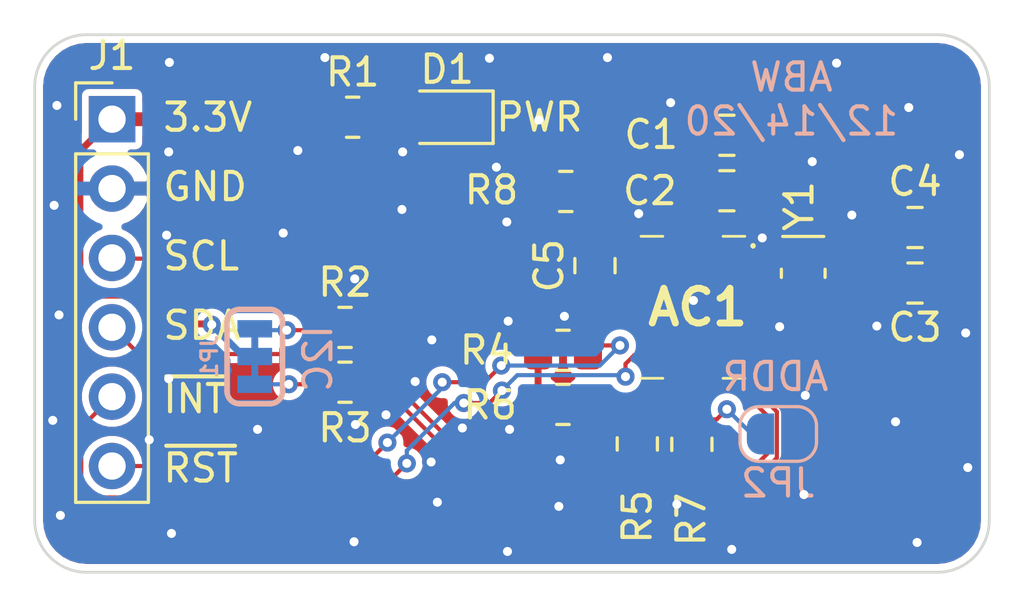
<source format=kicad_pcb>
(kicad_pcb (version 20171130) (host pcbnew "(5.1.8)-1")

  (general
    (thickness 1.6)
    (drawings 18)
    (tracks 208)
    (zones 0)
    (modules 19)
    (nets 27)
  )

  (page A4)
  (layers
    (0 F.Cu signal)
    (31 B.Cu signal)
    (32 B.Adhes user)
    (33 F.Adhes user)
    (34 B.Paste user)
    (35 F.Paste user)
    (36 B.SilkS user)
    (37 F.SilkS user)
    (38 B.Mask user)
    (39 F.Mask user)
    (40 Dwgs.User user)
    (41 Cmts.User user)
    (42 Eco1.User user)
    (43 Eco2.User user)
    (44 Edge.Cuts user)
    (45 Margin user)
    (46 B.CrtYd user)
    (47 F.CrtYd user)
    (48 B.Fab user hide)
    (49 F.Fab user hide)
  )

  (setup
    (last_trace_width 0.1524)
    (user_trace_width 0.1524)
    (user_trace_width 0.1778)
    (user_trace_width 0.254)
    (user_trace_width 0.3048)
    (user_trace_width 0.381)
    (user_trace_width 0.508)
    (user_trace_width 0.635)
    (user_trace_width 0.889)
    (user_trace_width 1.016)
    (user_trace_width 1.27)
    (user_trace_width 1.905)
    (user_trace_width 2.54)
    (trace_clearance 0.2)
    (zone_clearance 0.508)
    (zone_45_only no)
    (trace_min 0.1)
    (via_size 0.8)
    (via_drill 0.4)
    (via_min_size 0.4)
    (via_min_drill 0.3)
    (user_via 0.6096 0.3048)
    (user_via 0.6604 0.3302)
    (user_via 0.889 0.381)
    (user_via 1.397 0.635)
    (uvia_size 0.3)
    (uvia_drill 0.1)
    (uvias_allowed no)
    (uvia_min_size 0.2)
    (uvia_min_drill 0.1)
    (edge_width 0.05)
    (segment_width 0.2)
    (pcb_text_width 0.3)
    (pcb_text_size 1.5 1.5)
    (mod_edge_width 0.12)
    (mod_text_size 1 1)
    (mod_text_width 0.15)
    (pad_size 1.524 1.524)
    (pad_drill 0.762)
    (pad_to_mask_clearance 0.051)
    (solder_mask_min_width 0.25)
    (aux_axis_origin 0 0)
    (visible_elements FFFFFF7F)
    (pcbplotparams
      (layerselection 0x010fc_ffffffff)
      (usegerberextensions false)
      (usegerberattributes true)
      (usegerberadvancedattributes true)
      (creategerberjobfile true)
      (excludeedgelayer true)
      (linewidth 0.100000)
      (plotframeref false)
      (viasonmask false)
      (mode 1)
      (useauxorigin false)
      (hpglpennumber 1)
      (hpglpenspeed 20)
      (hpglpendiameter 15.000000)
      (psnegative false)
      (psa4output false)
      (plotreference true)
      (plotvalue true)
      (plotinvisibletext false)
      (padsonsilk false)
      (subtractmaskfromsilk false)
      (outputformat 1)
      (mirror false)
      (drillshape 1)
      (scaleselection 1)
      (outputdirectory ""))
  )

  (net 0 "")
  (net 1 +3V3)
  (net 2 "Net-(AC1-Pad27)")
  (net 3 "Net-(AC1-Pad26)")
  (net 4 GND)
  (net 5 "Net-(AC1-Pad24)")
  (net 6 "Net-(AC1-Pad23)")
  (net 7 "Net-(AC1-Pad22)")
  (net 8 "Net-(AC1-Pad21)")
  (net 9 /SDA)
  (net 10 /SCL)
  (net 11 "Net-(AC1-Pad18)")
  (net 12 "Net-(AC1-Pad17)")
  (net 13 "Net-(AC1-Pad16)")
  (net 14 "Net-(AC1-Pad15)")
  (net 15 /~INT)
  (net 16 "Net-(AC1-Pad13)")
  (net 17 "Net-(AC1-Pad12)")
  (net 18 /~RST)
  (net 19 "Net-(AC1-Pad9)")
  (net 20 "Net-(AC1-Pad8)")
  (net 21 "Net-(AC1-Pad7)")
  (net 22 "Net-(AC1-Pad4)")
  (net 23 "Net-(AC1-Pad1)")
  (net 24 "Net-(D1-Pad2)")
  (net 25 "Net-(JP1-Pad3)")
  (net 26 "Net-(JP1-Pad1)")

  (net_class Default "This is the default net class."
    (clearance 0.2)
    (trace_width 0.25)
    (via_dia 0.8)
    (via_drill 0.4)
    (uvia_dia 0.3)
    (uvia_drill 0.1)
    (add_net +3V3)
    (add_net /SCL)
    (add_net /SDA)
    (add_net /~INT)
    (add_net /~RST)
    (add_net GND)
    (add_net "Net-(AC1-Pad1)")
    (add_net "Net-(AC1-Pad12)")
    (add_net "Net-(AC1-Pad13)")
    (add_net "Net-(AC1-Pad15)")
    (add_net "Net-(AC1-Pad16)")
    (add_net "Net-(AC1-Pad17)")
    (add_net "Net-(AC1-Pad18)")
    (add_net "Net-(AC1-Pad21)")
    (add_net "Net-(AC1-Pad22)")
    (add_net "Net-(AC1-Pad23)")
    (add_net "Net-(AC1-Pad24)")
    (add_net "Net-(AC1-Pad26)")
    (add_net "Net-(AC1-Pad27)")
    (add_net "Net-(AC1-Pad4)")
    (add_net "Net-(AC1-Pad7)")
    (add_net "Net-(AC1-Pad8)")
    (add_net "Net-(AC1-Pad9)")
    (add_net "Net-(D1-Pad2)")
    (add_net "Net-(JP1-Pad1)")
    (add_net "Net-(JP1-Pad3)")
  )

  (module Crystal:Crystal_SMD_MicroCrystal_CC8V-T1A-2Pin_2.0x1.2mm (layer F.Cu) (tedit 5D24C0DC) (tstamp 5FD79D90)
    (at 150.6728 74.1426 270)
    (descr "SMD Crystal MicroCrystal CC8V-T1A/CM8V-T1A series https://www.microcrystal.com/fileadmin/Media/Products/32kHz/Datasheet/CC8V-T1A.pdf, 2.0x1.2mm^2 package")
    (tags "SMD SMT crystal")
    (path /5FD79CD4)
    (attr smd)
    (fp_text reference Y1 (at -2.4638 0.1524 90) (layer F.SilkS)
      (effects (font (size 1 1) (thickness 0.15)))
    )
    (fp_text value 32.768kHz (at 0 1.8 90) (layer F.Fab)
      (effects (font (size 1 1) (thickness 0.15)))
    )
    (fp_text user %R (at 0 0 90) (layer F.Fab)
      (effects (font (size 0.5 0.5) (thickness 0.075)))
    )
    (fp_line (start -1 -0.6) (end -1 0.6) (layer F.Fab) (width 0.1))
    (fp_line (start -1 0.6) (end 1 0.6) (layer F.Fab) (width 0.1))
    (fp_line (start 1 0.6) (end 1 -0.6) (layer F.Fab) (width 0.1))
    (fp_line (start 1 -0.6) (end -1 -0.6) (layer F.Fab) (width 0.1))
    (fp_line (start -1 0.1) (end -0.5 0.6) (layer F.Fab) (width 0.1))
    (fp_line (start -0.15 -0.8) (end 0.15 -0.8) (layer F.SilkS) (width 0.12))
    (fp_line (start -0.15 0.8) (end 0.15 0.8) (layer F.SilkS) (width 0.12))
    (fp_line (start -1.35 -0.75) (end -1.35 0.75) (layer F.SilkS) (width 0.12))
    (fp_line (start -1.4 -1) (end -1.4 1) (layer F.CrtYd) (width 0.05))
    (fp_line (start -1.4 1) (end 1.4 1) (layer F.CrtYd) (width 0.05))
    (fp_line (start 1.4 1) (end 1.4 -1) (layer F.CrtYd) (width 0.05))
    (fp_line (start 1.4 -1) (end -1.4 -1) (layer F.CrtYd) (width 0.05))
    (pad 2 smd rect (at 0.75 0 270) (size 0.8 1.5) (layers F.Cu F.Paste F.Mask)
      (net 3 "Net-(AC1-Pad26)"))
    (pad 1 smd rect (at -0.75 0 270) (size 0.8 1.5) (layers F.Cu F.Paste F.Mask)
      (net 2 "Net-(AC1-Pad27)"))
    (model ${KISYS3DMOD}/Crystal.3dshapes/Crystal_SMD_MicroCrystal_CC8V-T1A-2Pin_2.0x1.2mm.wrl
      (at (xyz 0 0 0))
      (scale (xyz 1 1 1))
      (rotate (xyz 0 0 0))
    )
  )

  (module Jumper:SolderJumper-2_P1.3mm_Open_RoundedPad1.0x1.5mm (layer B.Cu) (tedit 5B391E66) (tstamp 5FD78FC9)
    (at 149.75864 80.02524)
    (descr "SMD Solder Jumper, 1x1.5mm, rounded Pads, 0.3mm gap, open")
    (tags "solder jumper open")
    (path /5FD7A36B)
    (attr virtual)
    (fp_text reference JP2 (at 0 1.8) (layer B.SilkS)
      (effects (font (size 1 1) (thickness 0.15)) (justify mirror))
    )
    (fp_text value ADDR (at 0 -1.9) (layer B.Fab)
      (effects (font (size 1 1) (thickness 0.15)) (justify mirror))
    )
    (fp_arc (start -0.7 0.3) (end -0.7 1) (angle 90) (layer B.SilkS) (width 0.12))
    (fp_arc (start -0.7 -0.3) (end -1.4 -0.3) (angle 90) (layer B.SilkS) (width 0.12))
    (fp_arc (start 0.7 -0.3) (end 0.7 -1) (angle 90) (layer B.SilkS) (width 0.12))
    (fp_arc (start 0.7 0.3) (end 1.4 0.3) (angle 90) (layer B.SilkS) (width 0.12))
    (fp_line (start -1.4 -0.3) (end -1.4 0.3) (layer B.SilkS) (width 0.12))
    (fp_line (start 0.7 -1) (end -0.7 -1) (layer B.SilkS) (width 0.12))
    (fp_line (start 1.4 0.3) (end 1.4 -0.3) (layer B.SilkS) (width 0.12))
    (fp_line (start -0.7 1) (end 0.7 1) (layer B.SilkS) (width 0.12))
    (fp_line (start -1.65 1.25) (end 1.65 1.25) (layer B.CrtYd) (width 0.05))
    (fp_line (start -1.65 1.25) (end -1.65 -1.25) (layer B.CrtYd) (width 0.05))
    (fp_line (start 1.65 -1.25) (end 1.65 1.25) (layer B.CrtYd) (width 0.05))
    (fp_line (start 1.65 -1.25) (end -1.65 -1.25) (layer B.CrtYd) (width 0.05))
    (pad 2 smd custom (at 0.65 0) (size 1 0.5) (layers B.Cu B.Mask)
      (net 4 GND) (zone_connect 2)
      (options (clearance outline) (anchor rect))
      (primitives
        (gr_circle (center 0 -0.25) (end 0.5 -0.25) (width 0))
        (gr_circle (center 0 0.25) (end 0.5 0.25) (width 0))
        (gr_poly (pts
           (xy 0 0.75) (xy -0.5 0.75) (xy -0.5 -0.75) (xy 0 -0.75)) (width 0))
      ))
    (pad 1 smd custom (at -0.65 0) (size 1 0.5) (layers B.Cu B.Mask)
      (net 12 "Net-(AC1-Pad17)") (zone_connect 2)
      (options (clearance outline) (anchor rect))
      (primitives
        (gr_circle (center 0 -0.25) (end 0.5 -0.25) (width 0))
        (gr_circle (center 0 0.25) (end 0.5 0.25) (width 0))
        (gr_poly (pts
           (xy 0 0.75) (xy 0.5 0.75) (xy 0.5 -0.75) (xy 0 -0.75)) (width 0))
      ))
  )

  (module Resistor_SMD:R_0805_2012Metric (layer F.Cu) (tedit 5F68FEEE) (tstamp 5FD789B0)
    (at 141.986 71.1454)
    (descr "Resistor SMD 0805 (2012 Metric), square (rectangular) end terminal, IPC_7351 nominal, (Body size source: IPC-SM-782 page 72, https://www.pcb-3d.com/wordpress/wp-content/uploads/ipc-sm-782a_amendment_1_and_2.pdf), generated with kicad-footprint-generator")
    (tags resistor)
    (path /5FD98C62)
    (attr smd)
    (fp_text reference R8 (at -2.7178 -0.0508) (layer F.SilkS)
      (effects (font (size 1 1) (thickness 0.15)))
    )
    (fp_text value 10k (at 0 1.65) (layer F.Fab)
      (effects (font (size 1 1) (thickness 0.15)))
    )
    (fp_text user %R (at 0 0) (layer F.Fab)
      (effects (font (size 0.5 0.5) (thickness 0.08)))
    )
    (fp_line (start -1 0.625) (end -1 -0.625) (layer F.Fab) (width 0.1))
    (fp_line (start -1 -0.625) (end 1 -0.625) (layer F.Fab) (width 0.1))
    (fp_line (start 1 -0.625) (end 1 0.625) (layer F.Fab) (width 0.1))
    (fp_line (start 1 0.625) (end -1 0.625) (layer F.Fab) (width 0.1))
    (fp_line (start -0.227064 -0.735) (end 0.227064 -0.735) (layer F.SilkS) (width 0.12))
    (fp_line (start -0.227064 0.735) (end 0.227064 0.735) (layer F.SilkS) (width 0.12))
    (fp_line (start -1.68 0.95) (end -1.68 -0.95) (layer F.CrtYd) (width 0.05))
    (fp_line (start -1.68 -0.95) (end 1.68 -0.95) (layer F.CrtYd) (width 0.05))
    (fp_line (start 1.68 -0.95) (end 1.68 0.95) (layer F.CrtYd) (width 0.05))
    (fp_line (start 1.68 0.95) (end -1.68 0.95) (layer F.CrtYd) (width 0.05))
    (pad 2 smd roundrect (at 0.9125 0) (size 1.025 1.4) (layers F.Cu F.Paste F.Mask) (roundrect_rratio 0.243902)
      (net 22 "Net-(AC1-Pad4)"))
    (pad 1 smd roundrect (at -0.9125 0) (size 1.025 1.4) (layers F.Cu F.Paste F.Mask) (roundrect_rratio 0.243902)
      (net 1 +3V3))
    (model ${KISYS3DMOD}/Resistor_SMD.3dshapes/R_0805_2012Metric.wrl
      (at (xyz 0 0 0))
      (scale (xyz 1 1 1))
      (rotate (xyz 0 0 0))
    )
  )

  (module Resistor_SMD:R_0805_2012Metric (layer F.Cu) (tedit 5F68FEEE) (tstamp 5FD7899F)
    (at 146.59864 80.40624 90)
    (descr "Resistor SMD 0805 (2012 Metric), square (rectangular) end terminal, IPC_7351 nominal, (Body size source: IPC-SM-782 page 72, https://www.pcb-3d.com/wordpress/wp-content/uploads/ipc-sm-782a_amendment_1_and_2.pdf), generated with kicad-footprint-generator")
    (tags resistor)
    (path /5FD906F5)
    (attr smd)
    (fp_text reference R7 (at -2.74638 -0.0254 90) (layer F.SilkS)
      (effects (font (size 1 1) (thickness 0.15)))
    )
    (fp_text value 10k (at 0 1.65 90) (layer F.Fab)
      (effects (font (size 1 1) (thickness 0.15)))
    )
    (fp_text user %R (at 0 0 90) (layer F.Fab)
      (effects (font (size 0.5 0.5) (thickness 0.08)))
    )
    (fp_line (start -1 0.625) (end -1 -0.625) (layer F.Fab) (width 0.1))
    (fp_line (start -1 -0.625) (end 1 -0.625) (layer F.Fab) (width 0.1))
    (fp_line (start 1 -0.625) (end 1 0.625) (layer F.Fab) (width 0.1))
    (fp_line (start 1 0.625) (end -1 0.625) (layer F.Fab) (width 0.1))
    (fp_line (start -0.227064 -0.735) (end 0.227064 -0.735) (layer F.SilkS) (width 0.12))
    (fp_line (start -0.227064 0.735) (end 0.227064 0.735) (layer F.SilkS) (width 0.12))
    (fp_line (start -1.68 0.95) (end -1.68 -0.95) (layer F.CrtYd) (width 0.05))
    (fp_line (start -1.68 -0.95) (end 1.68 -0.95) (layer F.CrtYd) (width 0.05))
    (fp_line (start 1.68 -0.95) (end 1.68 0.95) (layer F.CrtYd) (width 0.05))
    (fp_line (start 1.68 0.95) (end -1.68 0.95) (layer F.CrtYd) (width 0.05))
    (pad 2 smd roundrect (at 0.9125 0 90) (size 1.025 1.4) (layers F.Cu F.Paste F.Mask) (roundrect_rratio 0.243902)
      (net 12 "Net-(AC1-Pad17)"))
    (pad 1 smd roundrect (at -0.9125 0 90) (size 1.025 1.4) (layers F.Cu F.Paste F.Mask) (roundrect_rratio 0.243902)
      (net 1 +3V3))
    (model ${KISYS3DMOD}/Resistor_SMD.3dshapes/R_0805_2012Metric.wrl
      (at (xyz 0 0 0))
      (scale (xyz 1 1 1))
      (rotate (xyz 0 0 0))
    )
  )

  (module Resistor_SMD:R_0805_2012Metric (layer F.Cu) (tedit 5F68FEEE) (tstamp 5FD7898E)
    (at 141.8825 78.9432)
    (descr "Resistor SMD 0805 (2012 Metric), square (rectangular) end terminal, IPC_7351 nominal, (Body size source: IPC-SM-782 page 72, https://www.pcb-3d.com/wordpress/wp-content/uploads/ipc-sm-782a_amendment_1_and_2.pdf), generated with kicad-footprint-generator")
    (tags resistor)
    (path /5FD83492)
    (attr smd)
    (fp_text reference R6 (at -2.6651 0.0254) (layer F.SilkS)
      (effects (font (size 1 1) (thickness 0.15)))
    )
    (fp_text value 4.7k (at 0 1.65) (layer F.Fab)
      (effects (font (size 1 1) (thickness 0.15)))
    )
    (fp_text user %R (at 0 0) (layer F.Fab)
      (effects (font (size 0.5 0.5) (thickness 0.08)))
    )
    (fp_line (start -1 0.625) (end -1 -0.625) (layer F.Fab) (width 0.1))
    (fp_line (start -1 -0.625) (end 1 -0.625) (layer F.Fab) (width 0.1))
    (fp_line (start 1 -0.625) (end 1 0.625) (layer F.Fab) (width 0.1))
    (fp_line (start 1 0.625) (end -1 0.625) (layer F.Fab) (width 0.1))
    (fp_line (start -0.227064 -0.735) (end 0.227064 -0.735) (layer F.SilkS) (width 0.12))
    (fp_line (start -0.227064 0.735) (end 0.227064 0.735) (layer F.SilkS) (width 0.12))
    (fp_line (start -1.68 0.95) (end -1.68 -0.95) (layer F.CrtYd) (width 0.05))
    (fp_line (start -1.68 -0.95) (end 1.68 -0.95) (layer F.CrtYd) (width 0.05))
    (fp_line (start 1.68 -0.95) (end 1.68 0.95) (layer F.CrtYd) (width 0.05))
    (fp_line (start 1.68 0.95) (end -1.68 0.95) (layer F.CrtYd) (width 0.05))
    (pad 2 smd roundrect (at 0.9125 0) (size 1.025 1.4) (layers F.Cu F.Paste F.Mask) (roundrect_rratio 0.243902)
      (net 14 "Net-(AC1-Pad15)"))
    (pad 1 smd roundrect (at -0.9125 0) (size 1.025 1.4) (layers F.Cu F.Paste F.Mask) (roundrect_rratio 0.243902)
      (net 1 +3V3))
    (model ${KISYS3DMOD}/Resistor_SMD.3dshapes/R_0805_2012Metric.wrl
      (at (xyz 0 0 0))
      (scale (xyz 1 1 1))
      (rotate (xyz 0 0 0))
    )
  )

  (module Resistor_SMD:R_0805_2012Metric (layer F.Cu) (tedit 5F68FEEE) (tstamp 5FD7897D)
    (at 144.6022 80.391 90)
    (descr "Resistor SMD 0805 (2012 Metric), square (rectangular) end terminal, IPC_7351 nominal, (Body size source: IPC-SM-782 page 72, https://www.pcb-3d.com/wordpress/wp-content/uploads/ipc-sm-782a_amendment_1_and_2.pdf), generated with kicad-footprint-generator")
    (tags resistor)
    (path /5FD830EE)
    (attr smd)
    (fp_text reference R5 (at -2.667 0 90) (layer F.SilkS)
      (effects (font (size 1 1) (thickness 0.15)))
    )
    (fp_text value 4.7k (at 0 1.65 90) (layer F.Fab)
      (effects (font (size 1 1) (thickness 0.15)))
    )
    (fp_text user %R (at 0 0 90) (layer F.Fab)
      (effects (font (size 0.5 0.5) (thickness 0.08)))
    )
    (fp_line (start -1 0.625) (end -1 -0.625) (layer F.Fab) (width 0.1))
    (fp_line (start -1 -0.625) (end 1 -0.625) (layer F.Fab) (width 0.1))
    (fp_line (start 1 -0.625) (end 1 0.625) (layer F.Fab) (width 0.1))
    (fp_line (start 1 0.625) (end -1 0.625) (layer F.Fab) (width 0.1))
    (fp_line (start -0.227064 -0.735) (end 0.227064 -0.735) (layer F.SilkS) (width 0.12))
    (fp_line (start -0.227064 0.735) (end 0.227064 0.735) (layer F.SilkS) (width 0.12))
    (fp_line (start -1.68 0.95) (end -1.68 -0.95) (layer F.CrtYd) (width 0.05))
    (fp_line (start -1.68 -0.95) (end 1.68 -0.95) (layer F.CrtYd) (width 0.05))
    (fp_line (start 1.68 -0.95) (end 1.68 0.95) (layer F.CrtYd) (width 0.05))
    (fp_line (start 1.68 0.95) (end -1.68 0.95) (layer F.CrtYd) (width 0.05))
    (pad 2 smd roundrect (at 0.9125 0 90) (size 1.025 1.4) (layers F.Cu F.Paste F.Mask) (roundrect_rratio 0.243902)
      (net 13 "Net-(AC1-Pad16)"))
    (pad 1 smd roundrect (at -0.9125 0 90) (size 1.025 1.4) (layers F.Cu F.Paste F.Mask) (roundrect_rratio 0.243902)
      (net 1 +3V3))
    (model ${KISYS3DMOD}/Resistor_SMD.3dshapes/R_0805_2012Metric.wrl
      (at (xyz 0 0 0))
      (scale (xyz 1 1 1))
      (rotate (xyz 0 0 0))
    )
  )

  (module Resistor_SMD:R_0805_2012Metric (layer F.Cu) (tedit 5F68FEEE) (tstamp 5FD7896C)
    (at 141.8844 76.962)
    (descr "Resistor SMD 0805 (2012 Metric), square (rectangular) end terminal, IPC_7351 nominal, (Body size source: IPC-SM-782 page 72, https://www.pcb-3d.com/wordpress/wp-content/uploads/ipc-sm-782a_amendment_1_and_2.pdf), generated with kicad-footprint-generator")
    (tags resistor)
    (path /5FD85B68)
    (attr smd)
    (fp_text reference R4 (at -2.794 0) (layer F.SilkS)
      (effects (font (size 1 1) (thickness 0.15)))
    )
    (fp_text value 10k (at 0 1.65) (layer F.Fab)
      (effects (font (size 1 1) (thickness 0.15)))
    )
    (fp_text user %R (at 0 0) (layer F.Fab)
      (effects (font (size 0.5 0.5) (thickness 0.08)))
    )
    (fp_line (start -1 0.625) (end -1 -0.625) (layer F.Fab) (width 0.1))
    (fp_line (start -1 -0.625) (end 1 -0.625) (layer F.Fab) (width 0.1))
    (fp_line (start 1 -0.625) (end 1 0.625) (layer F.Fab) (width 0.1))
    (fp_line (start 1 0.625) (end -1 0.625) (layer F.Fab) (width 0.1))
    (fp_line (start -0.227064 -0.735) (end 0.227064 -0.735) (layer F.SilkS) (width 0.12))
    (fp_line (start -0.227064 0.735) (end 0.227064 0.735) (layer F.SilkS) (width 0.12))
    (fp_line (start -1.68 0.95) (end -1.68 -0.95) (layer F.CrtYd) (width 0.05))
    (fp_line (start -1.68 -0.95) (end 1.68 -0.95) (layer F.CrtYd) (width 0.05))
    (fp_line (start 1.68 -0.95) (end 1.68 0.95) (layer F.CrtYd) (width 0.05))
    (fp_line (start 1.68 0.95) (end -1.68 0.95) (layer F.CrtYd) (width 0.05))
    (pad 2 smd roundrect (at 0.9125 0) (size 1.025 1.4) (layers F.Cu F.Paste F.Mask) (roundrect_rratio 0.243902)
      (net 18 /~RST))
    (pad 1 smd roundrect (at -0.9125 0) (size 1.025 1.4) (layers F.Cu F.Paste F.Mask) (roundrect_rratio 0.243902)
      (net 1 +3V3))
    (model ${KISYS3DMOD}/Resistor_SMD.3dshapes/R_0805_2012Metric.wrl
      (at (xyz 0 0 0))
      (scale (xyz 1 1 1))
      (rotate (xyz 0 0 0))
    )
  )

  (module Resistor_SMD:R_0805_2012Metric (layer F.Cu) (tedit 5F68FEEE) (tstamp 5FD7895B)
    (at 133.9088 78.1304)
    (descr "Resistor SMD 0805 (2012 Metric), square (rectangular) end terminal, IPC_7351 nominal, (Body size source: IPC-SM-782 page 72, https://www.pcb-3d.com/wordpress/wp-content/uploads/ipc-sm-782a_amendment_1_and_2.pdf), generated with kicad-footprint-generator")
    (tags resistor)
    (path /5FDA19E9)
    (attr smd)
    (fp_text reference R3 (at 0 1.6764) (layer F.SilkS)
      (effects (font (size 1 1) (thickness 0.15)))
    )
    (fp_text value 2.2k (at 0 1.65) (layer F.Fab)
      (effects (font (size 1 1) (thickness 0.15)))
    )
    (fp_text user %R (at 0 0) (layer F.Fab)
      (effects (font (size 0.5 0.5) (thickness 0.08)))
    )
    (fp_line (start -1 0.625) (end -1 -0.625) (layer F.Fab) (width 0.1))
    (fp_line (start -1 -0.625) (end 1 -0.625) (layer F.Fab) (width 0.1))
    (fp_line (start 1 -0.625) (end 1 0.625) (layer F.Fab) (width 0.1))
    (fp_line (start 1 0.625) (end -1 0.625) (layer F.Fab) (width 0.1))
    (fp_line (start -0.227064 -0.735) (end 0.227064 -0.735) (layer F.SilkS) (width 0.12))
    (fp_line (start -0.227064 0.735) (end 0.227064 0.735) (layer F.SilkS) (width 0.12))
    (fp_line (start -1.68 0.95) (end -1.68 -0.95) (layer F.CrtYd) (width 0.05))
    (fp_line (start -1.68 -0.95) (end 1.68 -0.95) (layer F.CrtYd) (width 0.05))
    (fp_line (start 1.68 -0.95) (end 1.68 0.95) (layer F.CrtYd) (width 0.05))
    (fp_line (start 1.68 0.95) (end -1.68 0.95) (layer F.CrtYd) (width 0.05))
    (pad 2 smd roundrect (at 0.9125 0) (size 1.025 1.4) (layers F.Cu F.Paste F.Mask) (roundrect_rratio 0.243902)
      (net 9 /SDA))
    (pad 1 smd roundrect (at -0.9125 0) (size 1.025 1.4) (layers F.Cu F.Paste F.Mask) (roundrect_rratio 0.243902)
      (net 26 "Net-(JP1-Pad1)"))
    (model ${KISYS3DMOD}/Resistor_SMD.3dshapes/R_0805_2012Metric.wrl
      (at (xyz 0 0 0))
      (scale (xyz 1 1 1))
      (rotate (xyz 0 0 0))
    )
  )

  (module Resistor_SMD:R_0805_2012Metric (layer F.Cu) (tedit 5F68FEEE) (tstamp 5FD7894A)
    (at 133.9088 76.1238)
    (descr "Resistor SMD 0805 (2012 Metric), square (rectangular) end terminal, IPC_7351 nominal, (Body size source: IPC-SM-782 page 72, https://www.pcb-3d.com/wordpress/wp-content/uploads/ipc-sm-782a_amendment_1_and_2.pdf), generated with kicad-footprint-generator")
    (tags resistor)
    (path /5FDA1646)
    (attr smd)
    (fp_text reference R2 (at 0 -1.65) (layer F.SilkS)
      (effects (font (size 1 1) (thickness 0.15)))
    )
    (fp_text value 2.2k (at 0 1.65) (layer F.Fab)
      (effects (font (size 1 1) (thickness 0.15)))
    )
    (fp_text user %R (at 0 0) (layer F.Fab)
      (effects (font (size 0.5 0.5) (thickness 0.08)))
    )
    (fp_line (start -1 0.625) (end -1 -0.625) (layer F.Fab) (width 0.1))
    (fp_line (start -1 -0.625) (end 1 -0.625) (layer F.Fab) (width 0.1))
    (fp_line (start 1 -0.625) (end 1 0.625) (layer F.Fab) (width 0.1))
    (fp_line (start 1 0.625) (end -1 0.625) (layer F.Fab) (width 0.1))
    (fp_line (start -0.227064 -0.735) (end 0.227064 -0.735) (layer F.SilkS) (width 0.12))
    (fp_line (start -0.227064 0.735) (end 0.227064 0.735) (layer F.SilkS) (width 0.12))
    (fp_line (start -1.68 0.95) (end -1.68 -0.95) (layer F.CrtYd) (width 0.05))
    (fp_line (start -1.68 -0.95) (end 1.68 -0.95) (layer F.CrtYd) (width 0.05))
    (fp_line (start 1.68 -0.95) (end 1.68 0.95) (layer F.CrtYd) (width 0.05))
    (fp_line (start 1.68 0.95) (end -1.68 0.95) (layer F.CrtYd) (width 0.05))
    (pad 2 smd roundrect (at 0.9125 0) (size 1.025 1.4) (layers F.Cu F.Paste F.Mask) (roundrect_rratio 0.243902)
      (net 10 /SCL))
    (pad 1 smd roundrect (at -0.9125 0) (size 1.025 1.4) (layers F.Cu F.Paste F.Mask) (roundrect_rratio 0.243902)
      (net 25 "Net-(JP1-Pad3)"))
    (model ${KISYS3DMOD}/Resistor_SMD.3dshapes/R_0805_2012Metric.wrl
      (at (xyz 0 0 0))
      (scale (xyz 1 1 1))
      (rotate (xyz 0 0 0))
    )
  )

  (module Resistor_SMD:R_0805_2012Metric (layer F.Cu) (tedit 5F68FEEE) (tstamp 5FD78939)
    (at 134.1882 68.4276)
    (descr "Resistor SMD 0805 (2012 Metric), square (rectangular) end terminal, IPC_7351 nominal, (Body size source: IPC-SM-782 page 72, https://www.pcb-3d.com/wordpress/wp-content/uploads/ipc-sm-782a_amendment_1_and_2.pdf), generated with kicad-footprint-generator")
    (tags resistor)
    (path /5FD8CD93)
    (attr smd)
    (fp_text reference R1 (at 0 -1.65) (layer F.SilkS)
      (effects (font (size 1 1) (thickness 0.15)))
    )
    (fp_text value 330 (at 0 1.65) (layer F.Fab)
      (effects (font (size 1 1) (thickness 0.15)))
    )
    (fp_text user %R (at 0 0) (layer F.Fab)
      (effects (font (size 0.5 0.5) (thickness 0.08)))
    )
    (fp_line (start -1 0.625) (end -1 -0.625) (layer F.Fab) (width 0.1))
    (fp_line (start -1 -0.625) (end 1 -0.625) (layer F.Fab) (width 0.1))
    (fp_line (start 1 -0.625) (end 1 0.625) (layer F.Fab) (width 0.1))
    (fp_line (start 1 0.625) (end -1 0.625) (layer F.Fab) (width 0.1))
    (fp_line (start -0.227064 -0.735) (end 0.227064 -0.735) (layer F.SilkS) (width 0.12))
    (fp_line (start -0.227064 0.735) (end 0.227064 0.735) (layer F.SilkS) (width 0.12))
    (fp_line (start -1.68 0.95) (end -1.68 -0.95) (layer F.CrtYd) (width 0.05))
    (fp_line (start -1.68 -0.95) (end 1.68 -0.95) (layer F.CrtYd) (width 0.05))
    (fp_line (start 1.68 -0.95) (end 1.68 0.95) (layer F.CrtYd) (width 0.05))
    (fp_line (start 1.68 0.95) (end -1.68 0.95) (layer F.CrtYd) (width 0.05))
    (pad 2 smd roundrect (at 0.9125 0) (size 1.025 1.4) (layers F.Cu F.Paste F.Mask) (roundrect_rratio 0.243902)
      (net 24 "Net-(D1-Pad2)"))
    (pad 1 smd roundrect (at -0.9125 0) (size 1.025 1.4) (layers F.Cu F.Paste F.Mask) (roundrect_rratio 0.243902)
      (net 1 +3V3))
    (model ${KISYS3DMOD}/Resistor_SMD.3dshapes/R_0805_2012Metric.wrl
      (at (xyz 0 0 0))
      (scale (xyz 1 1 1))
      (rotate (xyz 0 0 0))
    )
  )

  (module Jumper:SMT-JUMPER_3_2-NC_TRACE_SILK (layer B.Cu) (tedit 0) (tstamp 5FD78928)
    (at 130.6068 77.1906 90)
    (path /5FD7928D)
    (fp_text reference JP1 (at 0 -1.3208 270) (layer B.SilkS)
      (effects (font (size 0.57912 0.57912) (thickness 0.115824)) (justify bottom mirror))
    )
    (fp_text value I2C (at 0 -1.143 270) (layer B.Fab)
      (effects (font (size 0.57912 0.57912) (thickness 0.115824)) (justify top mirror))
    )
    (fp_arc (start 1.27 -0.5588) (end 1.27 -1.016) (angle 90) (layer B.SilkS) (width 0.2032))
    (fp_arc (start -1.27 -0.5588) (end -1.7272 -0.5588) (angle 90) (layer B.SilkS) (width 0.2032))
    (fp_arc (start -1.27 0.5588) (end -1.7272 0.5588) (angle -90) (layer B.SilkS) (width 0.2032))
    (fp_arc (start 1.27 0.5588) (end 1.27 1.016) (angle -90) (layer B.SilkS) (width 0.2032))
    (fp_line (start 1.27 -1.016) (end -1.27 -1.016) (layer B.SilkS) (width 0.2032))
    (fp_line (start 1.7272 -0.5588) (end 1.7272 0.5588) (layer B.SilkS) (width 0.2032))
    (fp_line (start -1.7272 -0.5588) (end -1.7272 0.5588) (layer B.SilkS) (width 0.2032))
    (fp_line (start -1.27 1.016) (end 1.27 1.016) (layer B.SilkS) (width 0.2032))
    (fp_poly (pts (xy -0.6985 0.127) (xy 0.6985 0.127) (xy 0.6985 -0.127) (xy -0.6985 -0.127)) (layer B.Mask) (width 0))
    (fp_poly (pts (xy 0.3048 -0.127) (xy 0.7112 -0.127) (xy 0.7112 0.127) (xy 0.3048 0.127)) (layer B.Cu) (width 0))
    (fp_poly (pts (xy -0.7112 -0.127) (xy -0.3048 -0.127) (xy -0.3048 0.127) (xy -0.7112 0.127)) (layer B.Cu) (width 0))
    (pad 3 smd rect (at 1.016 0 90) (size 0.635 1.27) (layers B.Cu B.Mask)
      (net 25 "Net-(JP1-Pad3)") (solder_mask_margin 0.1016))
    (pad 2 smd rect (at 0 0 90) (size 0.635 1.27) (layers B.Cu B.Mask)
      (net 1 +3V3) (solder_mask_margin 0.1016))
    (pad 1 smd rect (at -1.016 0 90) (size 0.635 1.27) (layers B.Cu B.Mask)
      (net 26 "Net-(JP1-Pad1)") (solder_mask_margin 0.1016))
  )

  (module Connector_PinHeader_2.54mm:PinHeader_1x06_P2.54mm_Vertical (layer F.Cu) (tedit 59FED5CC) (tstamp 5FD78916)
    (at 125.384 68.4996)
    (descr "Through hole straight pin header, 1x06, 2.54mm pitch, single row")
    (tags "Through hole pin header THT 1x06 2.54mm single row")
    (path /5FDB7322)
    (fp_text reference J1 (at 0 -2.33) (layer F.SilkS)
      (effects (font (size 1 1) (thickness 0.15)))
    )
    (fp_text value Conn_01x06 (at 0 15.03) (layer F.Fab)
      (effects (font (size 1 1) (thickness 0.15)))
    )
    (fp_text user %R (at 0 6.35 90) (layer F.Fab)
      (effects (font (size 1 1) (thickness 0.15)))
    )
    (fp_line (start -0.635 -1.27) (end 1.27 -1.27) (layer F.Fab) (width 0.1))
    (fp_line (start 1.27 -1.27) (end 1.27 13.97) (layer F.Fab) (width 0.1))
    (fp_line (start 1.27 13.97) (end -1.27 13.97) (layer F.Fab) (width 0.1))
    (fp_line (start -1.27 13.97) (end -1.27 -0.635) (layer F.Fab) (width 0.1))
    (fp_line (start -1.27 -0.635) (end -0.635 -1.27) (layer F.Fab) (width 0.1))
    (fp_line (start -1.33 14.03) (end 1.33 14.03) (layer F.SilkS) (width 0.12))
    (fp_line (start -1.33 1.27) (end -1.33 14.03) (layer F.SilkS) (width 0.12))
    (fp_line (start 1.33 1.27) (end 1.33 14.03) (layer F.SilkS) (width 0.12))
    (fp_line (start -1.33 1.27) (end 1.33 1.27) (layer F.SilkS) (width 0.12))
    (fp_line (start -1.33 0) (end -1.33 -1.33) (layer F.SilkS) (width 0.12))
    (fp_line (start -1.33 -1.33) (end 0 -1.33) (layer F.SilkS) (width 0.12))
    (fp_line (start -1.8 -1.8) (end -1.8 14.5) (layer F.CrtYd) (width 0.05))
    (fp_line (start -1.8 14.5) (end 1.8 14.5) (layer F.CrtYd) (width 0.05))
    (fp_line (start 1.8 14.5) (end 1.8 -1.8) (layer F.CrtYd) (width 0.05))
    (fp_line (start 1.8 -1.8) (end -1.8 -1.8) (layer F.CrtYd) (width 0.05))
    (pad 6 thru_hole oval (at 0 12.7) (size 1.7 1.7) (drill 1) (layers *.Cu *.Mask)
      (net 18 /~RST))
    (pad 5 thru_hole oval (at 0 10.16) (size 1.7 1.7) (drill 1) (layers *.Cu *.Mask)
      (net 15 /~INT))
    (pad 4 thru_hole oval (at 0 7.62) (size 1.7 1.7) (drill 1) (layers *.Cu *.Mask)
      (net 9 /SDA))
    (pad 3 thru_hole oval (at 0 5.08) (size 1.7 1.7) (drill 1) (layers *.Cu *.Mask)
      (net 10 /SCL))
    (pad 2 thru_hole oval (at 0 2.54) (size 1.7 1.7) (drill 1) (layers *.Cu *.Mask)
      (net 4 GND))
    (pad 1 thru_hole rect (at 0 0) (size 1.7 1.7) (drill 1) (layers *.Cu *.Mask)
      (net 1 +3V3))
    (model ${KISYS3DMOD}/Connector_PinHeader_2.54mm.3dshapes/PinHeader_1x06_P2.54mm_Vertical.wrl
      (offset (xyz 0 0 -1.5))
      (scale (xyz 1 1 1))
      (rotate (xyz 0 180 0))
    )
  )

  (module LED_SMD:LED_0805_2012Metric (layer F.Cu) (tedit 5F68FEF1) (tstamp 5FD788FC)
    (at 137.6426 68.4276 180)
    (descr "LED SMD 0805 (2012 Metric), square (rectangular) end terminal, IPC_7351 nominal, (Body size source: https://docs.google.com/spreadsheets/d/1BsfQQcO9C6DZCsRaXUlFlo91Tg2WpOkGARC1WS5S8t0/edit?usp=sharing), generated with kicad-footprint-generator")
    (tags LED)
    (path /5FD798B2)
    (attr smd)
    (fp_text reference D1 (at 0 1.7526) (layer F.SilkS)
      (effects (font (size 1 1) (thickness 0.15)))
    )
    (fp_text value LED (at 0 1.65) (layer F.Fab)
      (effects (font (size 1 1) (thickness 0.15)))
    )
    (fp_text user %R (at 0 0) (layer F.Fab)
      (effects (font (size 0.5 0.5) (thickness 0.08)))
    )
    (fp_line (start 1 -0.6) (end -0.7 -0.6) (layer F.Fab) (width 0.1))
    (fp_line (start -0.7 -0.6) (end -1 -0.3) (layer F.Fab) (width 0.1))
    (fp_line (start -1 -0.3) (end -1 0.6) (layer F.Fab) (width 0.1))
    (fp_line (start -1 0.6) (end 1 0.6) (layer F.Fab) (width 0.1))
    (fp_line (start 1 0.6) (end 1 -0.6) (layer F.Fab) (width 0.1))
    (fp_line (start 1 -0.96) (end -1.685 -0.96) (layer F.SilkS) (width 0.12))
    (fp_line (start -1.685 -0.96) (end -1.685 0.96) (layer F.SilkS) (width 0.12))
    (fp_line (start -1.685 0.96) (end 1 0.96) (layer F.SilkS) (width 0.12))
    (fp_line (start -1.68 0.95) (end -1.68 -0.95) (layer F.CrtYd) (width 0.05))
    (fp_line (start -1.68 -0.95) (end 1.68 -0.95) (layer F.CrtYd) (width 0.05))
    (fp_line (start 1.68 -0.95) (end 1.68 0.95) (layer F.CrtYd) (width 0.05))
    (fp_line (start 1.68 0.95) (end -1.68 0.95) (layer F.CrtYd) (width 0.05))
    (pad 2 smd roundrect (at 0.9375 0 180) (size 0.975 1.4) (layers F.Cu F.Paste F.Mask) (roundrect_rratio 0.25)
      (net 24 "Net-(D1-Pad2)"))
    (pad 1 smd roundrect (at -0.9375 0 180) (size 0.975 1.4) (layers F.Cu F.Paste F.Mask) (roundrect_rratio 0.25)
      (net 4 GND))
    (model ${KISYS3DMOD}/LED_SMD.3dshapes/LED_0805_2012Metric.wrl
      (at (xyz 0 0 0))
      (scale (xyz 1 1 1))
      (rotate (xyz 0 0 0))
    )
  )

  (module Capacitor_SMD:C_0805_2012Metric (layer F.Cu) (tedit 5F68FEEE) (tstamp 5FD788E9)
    (at 143.0528 73.8632 90)
    (descr "Capacitor SMD 0805 (2012 Metric), square (rectangular) end terminal, IPC_7351 nominal, (Body size source: IPC-SM-782 page 76, https://www.pcb-3d.com/wordpress/wp-content/uploads/ipc-sm-782a_amendment_1_and_2.pdf, https://docs.google.com/spreadsheets/d/1BsfQQcO9C6DZCsRaXUlFlo91Tg2WpOkGARC1WS5S8t0/edit?usp=sharing), generated with kicad-footprint-generator")
    (tags capacitor)
    (path /5FD7F0E3)
    (attr smd)
    (fp_text reference C5 (at 0 -1.68 90) (layer F.SilkS)
      (effects (font (size 1 1) (thickness 0.15)))
    )
    (fp_text value 0.1uF (at 0 1.68 90) (layer F.Fab)
      (effects (font (size 1 1) (thickness 0.15)))
    )
    (fp_text user %R (at 0 0 90) (layer F.Fab)
      (effects (font (size 0.5 0.5) (thickness 0.08)))
    )
    (fp_line (start -1 0.625) (end -1 -0.625) (layer F.Fab) (width 0.1))
    (fp_line (start -1 -0.625) (end 1 -0.625) (layer F.Fab) (width 0.1))
    (fp_line (start 1 -0.625) (end 1 0.625) (layer F.Fab) (width 0.1))
    (fp_line (start 1 0.625) (end -1 0.625) (layer F.Fab) (width 0.1))
    (fp_line (start -0.261252 -0.735) (end 0.261252 -0.735) (layer F.SilkS) (width 0.12))
    (fp_line (start -0.261252 0.735) (end 0.261252 0.735) (layer F.SilkS) (width 0.12))
    (fp_line (start -1.7 0.98) (end -1.7 -0.98) (layer F.CrtYd) (width 0.05))
    (fp_line (start -1.7 -0.98) (end 1.7 -0.98) (layer F.CrtYd) (width 0.05))
    (fp_line (start 1.7 -0.98) (end 1.7 0.98) (layer F.CrtYd) (width 0.05))
    (fp_line (start 1.7 0.98) (end -1.7 0.98) (layer F.CrtYd) (width 0.05))
    (pad 2 smd roundrect (at 0.95 0 90) (size 1 1.45) (layers F.Cu F.Paste F.Mask) (roundrect_rratio 0.25)
      (net 4 GND))
    (pad 1 smd roundrect (at -0.95 0 90) (size 1 1.45) (layers F.Cu F.Paste F.Mask) (roundrect_rratio 0.25)
      (net 19 "Net-(AC1-Pad9)"))
    (model ${KISYS3DMOD}/Capacitor_SMD.3dshapes/C_0805_2012Metric.wrl
      (at (xyz 0 0 0))
      (scale (xyz 1 1 1))
      (rotate (xyz 0 0 0))
    )
  )

  (module Capacitor_SMD:C_0805_2012Metric (layer F.Cu) (tedit 5F68FEEE) (tstamp 5FD788D8)
    (at 154.7622 72.4662)
    (descr "Capacitor SMD 0805 (2012 Metric), square (rectangular) end terminal, IPC_7351 nominal, (Body size source: IPC-SM-782 page 76, https://www.pcb-3d.com/wordpress/wp-content/uploads/ipc-sm-782a_amendment_1_and_2.pdf, https://docs.google.com/spreadsheets/d/1BsfQQcO9C6DZCsRaXUlFlo91Tg2WpOkGARC1WS5S8t0/edit?usp=sharing), generated with kicad-footprint-generator")
    (tags capacitor)
    (path /5FD81F3B)
    (attr smd)
    (fp_text reference C4 (at 0 -1.68) (layer F.SilkS)
      (effects (font (size 1 1) (thickness 0.15)))
    )
    (fp_text value 22pF (at 0 1.68) (layer F.Fab)
      (effects (font (size 1 1) (thickness 0.15)))
    )
    (fp_text user %R (at 0 0) (layer F.Fab)
      (effects (font (size 0.5 0.5) (thickness 0.08)))
    )
    (fp_line (start -1 0.625) (end -1 -0.625) (layer F.Fab) (width 0.1))
    (fp_line (start -1 -0.625) (end 1 -0.625) (layer F.Fab) (width 0.1))
    (fp_line (start 1 -0.625) (end 1 0.625) (layer F.Fab) (width 0.1))
    (fp_line (start 1 0.625) (end -1 0.625) (layer F.Fab) (width 0.1))
    (fp_line (start -0.261252 -0.735) (end 0.261252 -0.735) (layer F.SilkS) (width 0.12))
    (fp_line (start -0.261252 0.735) (end 0.261252 0.735) (layer F.SilkS) (width 0.12))
    (fp_line (start -1.7 0.98) (end -1.7 -0.98) (layer F.CrtYd) (width 0.05))
    (fp_line (start -1.7 -0.98) (end 1.7 -0.98) (layer F.CrtYd) (width 0.05))
    (fp_line (start 1.7 -0.98) (end 1.7 0.98) (layer F.CrtYd) (width 0.05))
    (fp_line (start 1.7 0.98) (end -1.7 0.98) (layer F.CrtYd) (width 0.05))
    (pad 2 smd roundrect (at 0.95 0) (size 1 1.45) (layers F.Cu F.Paste F.Mask) (roundrect_rratio 0.25)
      (net 4 GND))
    (pad 1 smd roundrect (at -0.95 0) (size 1 1.45) (layers F.Cu F.Paste F.Mask) (roundrect_rratio 0.25)
      (net 2 "Net-(AC1-Pad27)"))
    (model ${KISYS3DMOD}/Capacitor_SMD.3dshapes/C_0805_2012Metric.wrl
      (at (xyz 0 0 0))
      (scale (xyz 1 1 1))
      (rotate (xyz 0 0 0))
    )
  )

  (module Capacitor_SMD:C_0805_2012Metric (layer F.Cu) (tedit 5F68FEEE) (tstamp 5FD788C7)
    (at 154.7622 74.4982)
    (descr "Capacitor SMD 0805 (2012 Metric), square (rectangular) end terminal, IPC_7351 nominal, (Body size source: IPC-SM-782 page 76, https://www.pcb-3d.com/wordpress/wp-content/uploads/ipc-sm-782a_amendment_1_and_2.pdf, https://docs.google.com/spreadsheets/d/1BsfQQcO9C6DZCsRaXUlFlo91Tg2WpOkGARC1WS5S8t0/edit?usp=sharing), generated with kicad-footprint-generator")
    (tags capacitor)
    (path /5FD81328)
    (attr smd)
    (fp_text reference C3 (at 0 1.6256) (layer F.SilkS)
      (effects (font (size 1 1) (thickness 0.15)))
    )
    (fp_text value 22pF (at 0 1.68) (layer F.Fab)
      (effects (font (size 1 1) (thickness 0.15)))
    )
    (fp_text user %R (at 0 0) (layer F.Fab)
      (effects (font (size 0.5 0.5) (thickness 0.08)))
    )
    (fp_line (start -1 0.625) (end -1 -0.625) (layer F.Fab) (width 0.1))
    (fp_line (start -1 -0.625) (end 1 -0.625) (layer F.Fab) (width 0.1))
    (fp_line (start 1 -0.625) (end 1 0.625) (layer F.Fab) (width 0.1))
    (fp_line (start 1 0.625) (end -1 0.625) (layer F.Fab) (width 0.1))
    (fp_line (start -0.261252 -0.735) (end 0.261252 -0.735) (layer F.SilkS) (width 0.12))
    (fp_line (start -0.261252 0.735) (end 0.261252 0.735) (layer F.SilkS) (width 0.12))
    (fp_line (start -1.7 0.98) (end -1.7 -0.98) (layer F.CrtYd) (width 0.05))
    (fp_line (start -1.7 -0.98) (end 1.7 -0.98) (layer F.CrtYd) (width 0.05))
    (fp_line (start 1.7 -0.98) (end 1.7 0.98) (layer F.CrtYd) (width 0.05))
    (fp_line (start 1.7 0.98) (end -1.7 0.98) (layer F.CrtYd) (width 0.05))
    (pad 2 smd roundrect (at 0.95 0) (size 1 1.45) (layers F.Cu F.Paste F.Mask) (roundrect_rratio 0.25)
      (net 4 GND))
    (pad 1 smd roundrect (at -0.95 0) (size 1 1.45) (layers F.Cu F.Paste F.Mask) (roundrect_rratio 0.25)
      (net 3 "Net-(AC1-Pad26)"))
    (model ${KISYS3DMOD}/Capacitor_SMD.3dshapes/C_0805_2012Metric.wrl
      (at (xyz 0 0 0))
      (scale (xyz 1 1 1))
      (rotate (xyz 0 0 0))
    )
  )

  (module Capacitor_SMD:C_0805_2012Metric (layer F.Cu) (tedit 5F68FEEE) (tstamp 5FD788B6)
    (at 147.8788 71.12)
    (descr "Capacitor SMD 0805 (2012 Metric), square (rectangular) end terminal, IPC_7351 nominal, (Body size source: IPC-SM-782 page 76, https://www.pcb-3d.com/wordpress/wp-content/uploads/ipc-sm-782a_amendment_1_and_2.pdf, https://docs.google.com/spreadsheets/d/1BsfQQcO9C6DZCsRaXUlFlo91Tg2WpOkGARC1WS5S8t0/edit?usp=sharing), generated with kicad-footprint-generator")
    (tags capacitor)
    (path /5FDA8E40)
    (attr smd)
    (fp_text reference C2 (at -2.8194 0) (layer F.SilkS)
      (effects (font (size 1 1) (thickness 0.15)))
    )
    (fp_text value 0.1uF (at 0 1.68) (layer F.Fab)
      (effects (font (size 1 1) (thickness 0.15)))
    )
    (fp_text user %R (at 0 0) (layer F.Fab)
      (effects (font (size 0.5 0.5) (thickness 0.08)))
    )
    (fp_line (start -1 0.625) (end -1 -0.625) (layer F.Fab) (width 0.1))
    (fp_line (start -1 -0.625) (end 1 -0.625) (layer F.Fab) (width 0.1))
    (fp_line (start 1 -0.625) (end 1 0.625) (layer F.Fab) (width 0.1))
    (fp_line (start 1 0.625) (end -1 0.625) (layer F.Fab) (width 0.1))
    (fp_line (start -0.261252 -0.735) (end 0.261252 -0.735) (layer F.SilkS) (width 0.12))
    (fp_line (start -0.261252 0.735) (end 0.261252 0.735) (layer F.SilkS) (width 0.12))
    (fp_line (start -1.7 0.98) (end -1.7 -0.98) (layer F.CrtYd) (width 0.05))
    (fp_line (start -1.7 -0.98) (end 1.7 -0.98) (layer F.CrtYd) (width 0.05))
    (fp_line (start 1.7 -0.98) (end 1.7 0.98) (layer F.CrtYd) (width 0.05))
    (fp_line (start 1.7 0.98) (end -1.7 0.98) (layer F.CrtYd) (width 0.05))
    (pad 2 smd roundrect (at 0.95 0) (size 1 1.45) (layers F.Cu F.Paste F.Mask) (roundrect_rratio 0.25)
      (net 4 GND))
    (pad 1 smd roundrect (at -0.95 0) (size 1 1.45) (layers F.Cu F.Paste F.Mask) (roundrect_rratio 0.25)
      (net 1 +3V3))
    (model ${KISYS3DMOD}/Capacitor_SMD.3dshapes/C_0805_2012Metric.wrl
      (at (xyz 0 0 0))
      (scale (xyz 1 1 1))
      (rotate (xyz 0 0 0))
    )
  )

  (module Capacitor_SMD:C_0805_2012Metric (layer F.Cu) (tedit 5F68FEEE) (tstamp 5FD788A5)
    (at 147.8788 69.088)
    (descr "Capacitor SMD 0805 (2012 Metric), square (rectangular) end terminal, IPC_7351 nominal, (Body size source: IPC-SM-782 page 76, https://www.pcb-3d.com/wordpress/wp-content/uploads/ipc-sm-782a_amendment_1_and_2.pdf, https://docs.google.com/spreadsheets/d/1BsfQQcO9C6DZCsRaXUlFlo91Tg2WpOkGARC1WS5S8t0/edit?usp=sharing), generated with kicad-footprint-generator")
    (tags capacitor)
    (path /5FD78B7C)
    (attr smd)
    (fp_text reference C1 (at -2.7686 -0.0254) (layer F.SilkS)
      (effects (font (size 1 1) (thickness 0.15)))
    )
    (fp_text value 0.1uF (at 0 1.68) (layer F.Fab)
      (effects (font (size 1 1) (thickness 0.15)))
    )
    (fp_text user %R (at 0 0) (layer F.Fab)
      (effects (font (size 0.5 0.5) (thickness 0.08)))
    )
    (fp_line (start -1 0.625) (end -1 -0.625) (layer F.Fab) (width 0.1))
    (fp_line (start -1 -0.625) (end 1 -0.625) (layer F.Fab) (width 0.1))
    (fp_line (start 1 -0.625) (end 1 0.625) (layer F.Fab) (width 0.1))
    (fp_line (start 1 0.625) (end -1 0.625) (layer F.Fab) (width 0.1))
    (fp_line (start -0.261252 -0.735) (end 0.261252 -0.735) (layer F.SilkS) (width 0.12))
    (fp_line (start -0.261252 0.735) (end 0.261252 0.735) (layer F.SilkS) (width 0.12))
    (fp_line (start -1.7 0.98) (end -1.7 -0.98) (layer F.CrtYd) (width 0.05))
    (fp_line (start -1.7 -0.98) (end 1.7 -0.98) (layer F.CrtYd) (width 0.05))
    (fp_line (start 1.7 -0.98) (end 1.7 0.98) (layer F.CrtYd) (width 0.05))
    (fp_line (start 1.7 0.98) (end -1.7 0.98) (layer F.CrtYd) (width 0.05))
    (pad 2 smd roundrect (at 0.95 0) (size 1 1.45) (layers F.Cu F.Paste F.Mask) (roundrect_rratio 0.25)
      (net 4 GND))
    (pad 1 smd roundrect (at -0.95 0) (size 1 1.45) (layers F.Cu F.Paste F.Mask) (roundrect_rratio 0.25)
      (net 1 +3V3))
    (model ${KISYS3DMOD}/Capacitor_SMD.3dshapes/C_0805_2012Metric.wrl
      (at (xyz 0 0 0))
      (scale (xyz 1 1 1))
      (rotate (xyz 0 0 0))
    )
  )

  (module SamacSys_Parts:BNO080 (layer F.Cu) (tedit 0) (tstamp 5FD78894)
    (at 146.812 75.3872)
    (descr BNO080-2)
    (tags Accelerometer)
    (path /5FD77CA0)
    (attr smd)
    (fp_text reference AC1 (at 0 0) (layer F.SilkS)
      (effects (font (size 1.27 1.27) (thickness 0.254)))
    )
    (fp_text value BNO080 (at 0 0) (layer F.SilkS) hide
      (effects (font (size 1.27 1.27) (thickness 0.254)))
    )
    (fp_arc (start 2.025 -2.25) (end 2.025 -2.2) (angle 180) (layer F.SilkS) (width 0.1))
    (fp_arc (start 2.025 -2.25) (end 2.025 -2.3) (angle 180) (layer F.SilkS) (width 0.1))
    (fp_text user %R (at 0 0) (layer F.Fab)
      (effects (font (size 1.27 1.27) (thickness 0.254)))
    )
    (fp_line (start -2.075 -2.6) (end 1.725 -2.6) (layer F.Fab) (width 0.2))
    (fp_line (start 1.725 -2.6) (end 1.725 2.6) (layer F.Fab) (width 0.2))
    (fp_line (start 1.725 2.6) (end -2.075 2.6) (layer F.Fab) (width 0.2))
    (fp_line (start -2.075 2.6) (end -2.075 -2.6) (layer F.Fab) (width 0.2))
    (fp_line (start -2.575 -3.1) (end 2.575 -3.1) (layer F.CrtYd) (width 0.1))
    (fp_line (start 2.575 -3.1) (end 2.575 3.1) (layer F.CrtYd) (width 0.1))
    (fp_line (start 2.575 3.1) (end -2.575 3.1) (layer F.CrtYd) (width 0.1))
    (fp_line (start -2.575 3.1) (end -2.575 -3.1) (layer F.CrtYd) (width 0.1))
    (fp_line (start -1.275 -2.6) (end -2.075 -2.6) (layer F.SilkS) (width 0.1))
    (fp_line (start -2.075 2.6) (end -1.275 2.6) (layer F.SilkS) (width 0.1))
    (fp_line (start 0.925 2.6) (end 1.725 2.6) (layer F.SilkS) (width 0.1))
    (fp_line (start 0.925 -2.6) (end 1.725 -2.6) (layer F.SilkS) (width 0.1))
    (fp_line (start 2.025 -2.3) (end 2.025 -2.3) (layer F.SilkS) (width 0.1))
    (fp_line (start 2.025 -2.2) (end 2.025 -2.2) (layer F.SilkS) (width 0.1))
    (pad 28 smd rect (at 1.387 -1.75 90) (size 0.25 0.675) (layers F.Cu F.Paste F.Mask)
      (net 1 +3V3))
    (pad 27 smd rect (at 1.387 -1.25 90) (size 0.25 0.675) (layers F.Cu F.Paste F.Mask)
      (net 2 "Net-(AC1-Pad27)"))
    (pad 26 smd rect (at 1.387 -0.75 90) (size 0.25 0.675) (layers F.Cu F.Paste F.Mask)
      (net 3 "Net-(AC1-Pad26)"))
    (pad 25 smd rect (at 1.387 -0.25 90) (size 0.25 0.675) (layers F.Cu F.Paste F.Mask)
      (net 4 GND))
    (pad 24 smd rect (at 1.387 0.25 90) (size 0.25 0.675) (layers F.Cu F.Paste F.Mask)
      (net 5 "Net-(AC1-Pad24)"))
    (pad 23 smd rect (at 1.387 0.75 90) (size 0.25 0.675) (layers F.Cu F.Paste F.Mask)
      (net 6 "Net-(AC1-Pad23)"))
    (pad 22 smd rect (at 1.387 1.25 90) (size 0.25 0.675) (layers F.Cu F.Paste F.Mask)
      (net 7 "Net-(AC1-Pad22)"))
    (pad 21 smd rect (at 1.387 1.75 90) (size 0.25 0.675) (layers F.Cu F.Paste F.Mask)
      (net 8 "Net-(AC1-Pad21)"))
    (pad 20 smd rect (at 1.387 2.313 90) (size 0.25 0.675) (layers F.Cu F.Paste F.Mask)
      (net 9 /SDA))
    (pad 19 smd rect (at 0.575 2.313) (size 0.25 0.575) (layers F.Cu F.Paste F.Mask)
      (net 10 /SCL))
    (pad 18 smd rect (at 0.075 2.313) (size 0.25 0.575) (layers F.Cu F.Paste F.Mask)
      (net 11 "Net-(AC1-Pad18)"))
    (pad 17 smd rect (at -0.425 2.313) (size 0.25 0.575) (layers F.Cu F.Paste F.Mask)
      (net 12 "Net-(AC1-Pad17)"))
    (pad 16 smd rect (at -0.925 2.313) (size 0.25 0.575) (layers F.Cu F.Paste F.Mask)
      (net 13 "Net-(AC1-Pad16)"))
    (pad 15 smd rect (at -1.738 2.263 90) (size 0.25 0.675) (layers F.Cu F.Paste F.Mask)
      (net 14 "Net-(AC1-Pad15)"))
    (pad 14 smd rect (at -1.738 1.75 90) (size 0.25 0.675) (layers F.Cu F.Paste F.Mask)
      (net 15 /~INT))
    (pad 13 smd rect (at -1.738 1.25 90) (size 0.25 0.675) (layers F.Cu F.Paste F.Mask)
      (net 16 "Net-(AC1-Pad13)"))
    (pad 12 smd rect (at -1.738 0.75 90) (size 0.25 0.675) (layers F.Cu F.Paste F.Mask)
      (net 17 "Net-(AC1-Pad12)"))
    (pad 11 smd rect (at -1.738 0.25 90) (size 0.25 0.675) (layers F.Cu F.Paste F.Mask)
      (net 18 /~RST))
    (pad 10 smd rect (at -1.738 -0.25 90) (size 0.25 0.675) (layers F.Cu F.Paste F.Mask)
      (net 4 GND))
    (pad 9 smd rect (at -1.738 -0.75 90) (size 0.25 0.675) (layers F.Cu F.Paste F.Mask)
      (net 19 "Net-(AC1-Pad9)"))
    (pad 8 smd rect (at -1.738 -1.25 90) (size 0.25 0.675) (layers F.Cu F.Paste F.Mask)
      (net 20 "Net-(AC1-Pad8)"))
    (pad 7 smd rect (at -1.738 -1.75 90) (size 0.25 0.675) (layers F.Cu F.Paste F.Mask)
      (net 21 "Net-(AC1-Pad7)"))
    (pad 6 smd rect (at -1.738 -2.313 90) (size 0.25 0.675) (layers F.Cu F.Paste F.Mask)
      (net 4 GND))
    (pad 5 smd rect (at -0.925 -2.313) (size 0.25 0.575) (layers F.Cu F.Paste F.Mask)
      (net 4 GND))
    (pad 4 smd rect (at -0.425 -2.313) (size 0.25 0.575) (layers F.Cu F.Paste F.Mask)
      (net 22 "Net-(AC1-Pad4)"))
    (pad 3 smd rect (at 0.075 -2.313) (size 0.25 0.575) (layers F.Cu F.Paste F.Mask)
      (net 1 +3V3))
    (pad 2 smd rect (at 0.575 -2.313) (size 0.25 0.575) (layers F.Cu F.Paste F.Mask)
      (net 4 GND))
    (pad 1 smd rect (at 1.387 -2.25 90) (size 0.25 0.675) (layers F.Cu F.Paste F.Mask)
      (net 23 "Net-(AC1-Pad1)"))
    (model "D:\\AveryW\\Assorted Programs\\KiCad\\SamacSys_Parts.3dshapes\\BNO080.stp"
      (at (xyz 0 0 0))
      (scale (xyz 1 1 1))
      (rotate (xyz 0 0 0))
    )
  )

  (gr_text "ABW\n12/14/20" (at 150.241 67.7672) (layer B.SilkS)
    (effects (font (size 1 1) (thickness 0.15)) (justify mirror))
  )
  (gr_text ADDR (at 149.6568 77.9272) (layer B.SilkS)
    (effects (font (size 1 1) (thickness 0.15)) (justify mirror))
  )
  (gr_text I2C (at 132.9182 77.2668 90) (layer B.SilkS)
    (effects (font (size 1 1) (thickness 0.15)) (justify mirror))
  )
  (gr_arc (start 124.46 83.185) (end 122.555 83.185) (angle -90) (layer Edge.Cuts) (width 0.1) (tstamp 5FD7CA72))
  (gr_arc (start 155.575 83.185) (end 155.575 85.09) (angle -90) (layer Edge.Cuts) (width 0.1) (tstamp 5FD7CA72))
  (gr_arc (start 155.575 67.31) (end 157.48 67.31) (angle -90) (layer Edge.Cuts) (width 0.1) (tstamp 5FD7CA72))
  (gr_arc (start 124.46 67.31) (end 124.46 65.405) (angle -90) (layer Edge.Cuts) (width 0.1))
  (gr_line (start 157.48 67.31) (end 157.48 83.185) (layer Edge.Cuts) (width 0.1))
  (gr_line (start 124.46 65.405) (end 155.575 65.405) (layer Edge.Cuts) (width 0.1))
  (gr_line (start 122.555 83.185) (end 122.555 67.31) (layer Edge.Cuts) (width 0.1))
  (gr_line (start 155.575 85.09) (end 124.46 85.09) (layer Edge.Cuts) (width 0.1))
  (gr_text ~RST (at 128.6256 81.2796) (layer F.SilkS)
    (effects (font (size 1 1) (thickness 0.15)))
  )
  (gr_text ~INT (at 128.411314 78.7396) (layer F.SilkS)
    (effects (font (size 1 1) (thickness 0.15)))
  )
  (gr_text SDA (at 128.673219 76.0521) (layer F.SilkS)
    (effects (font (size 1 1) (thickness 0.15)))
  )
  (gr_text SCL (at 128.649409 73.5121) (layer F.SilkS)
    (effects (font (size 1 1) (thickness 0.15)))
  )
  (gr_text GND (at 128.792266 70.9721) (layer F.SilkS)
    (effects (font (size 1 1) (thickness 0.15)))
  )
  (gr_text 3.3V (at 128.887504 68.4321) (layer F.SilkS)
    (effects (font (size 1 1) (thickness 0.15)))
  )
  (gr_text "PWR\n" (at 141.0208 68.4276) (layer F.SilkS)
    (effects (font (size 1 1) (thickness 0.15)))
  )

  (via (at 129.032 76.0222) (size 0.6604) (drill 0.3302) (layers F.Cu B.Cu) (net 1))
  (segment (start 130.2004 77.1906) (end 130.6068 77.1906) (width 0.254) (layer B.Cu) (net 1))
  (segment (start 129.032 76.0222) (end 130.2004 77.1906) (width 0.254) (layer B.Cu) (net 1))
  (segment (start 143.1309 69.088) (end 146.9288 69.088) (width 0.254) (layer F.Cu) (net 1))
  (segment (start 141.0735 71.1454) (end 143.1309 69.088) (width 0.254) (layer F.Cu) (net 1))
  (segment (start 146.9288 69.088) (end 146.9288 71.12) (width 0.254) (layer F.Cu) (net 1))
  (segment (start 146.9288 73.0324) (end 146.887 73.0742) (width 0.254) (layer F.Cu) (net 1))
  (segment (start 146.9288 71.12) (end 146.9288 73.0324) (width 0.254) (layer F.Cu) (net 1))
  (segment (start 148.151001 73.685199) (end 148.199 73.6372) (width 0.254) (layer F.Cu) (net 1))
  (segment (start 147.599899 73.685199) (end 148.151001 73.685199) (width 0.254) (layer F.Cu) (net 1))
  (segment (start 147.596397 73.688701) (end 147.599899 73.685199) (width 0.254) (layer F.Cu) (net 1))
  (segment (start 146.887 73.575302) (end 147.000399 73.688701) (width 0.254) (layer F.Cu) (net 1))
  (segment (start 147.000399 73.688701) (end 147.596397 73.688701) (width 0.254) (layer F.Cu) (net 1))
  (segment (start 146.887 73.0742) (end 146.887 73.575302) (width 0.254) (layer F.Cu) (net 1))
  (segment (start 141.0735 76.8604) (end 140.9719 76.962) (width 0.254) (layer F.Cu) (net 1))
  (segment (start 141.0735 71.1454) (end 141.0735 76.8604) (width 0.254) (layer F.Cu) (net 1))
  (segment (start 140.9719 78.9413) (end 140.97 78.9432) (width 0.254) (layer F.Cu) (net 1))
  (segment (start 140.9719 76.962) (end 140.9719 78.9413) (width 0.254) (layer F.Cu) (net 1))
  (segment (start 143.3303 81.3035) (end 144.6022 81.3035) (width 0.254) (layer F.Cu) (net 1))
  (segment (start 140.97 78.9432) (end 143.3303 81.3035) (width 0.254) (layer F.Cu) (net 1))
  (segment (start 146.5834 81.3035) (end 146.59864 81.31874) (width 0.254) (layer F.Cu) (net 1))
  (segment (start 144.6022 81.3035) (end 146.5834 81.3035) (width 0.254) (layer F.Cu) (net 1))
  (segment (start 133.1783 68.525) (end 133.2757 68.4276) (width 0.508) (layer F.Cu) (net 1))
  (segment (start 135.9935 71.1454) (end 141.0735 71.1454) (width 0.254) (layer F.Cu) (net 1))
  (segment (start 133.2757 68.4276) (end 135.9935 71.1454) (width 0.254) (layer F.Cu) (net 1))
  (segment (start 133.2037 68.4996) (end 133.2757 68.4276) (width 0.508) (layer F.Cu) (net 1))
  (segment (start 125.384 68.4996) (end 133.2037 68.4996) (width 0.508) (layer F.Cu) (net 1))
  (segment (start 124.206999 74.144561) (end 124.206999 69.676601) (width 0.254) (layer F.Cu) (net 1))
  (segment (start 125.005037 74.942599) (end 124.206999 74.144561) (width 0.254) (layer F.Cu) (net 1))
  (segment (start 124.206999 69.676601) (end 125.384 68.4996) (width 0.254) (layer F.Cu) (net 1))
  (segment (start 126.402999 74.942599) (end 125.005037 74.942599) (width 0.254) (layer F.Cu) (net 1))
  (segment (start 127.4572 75.9968) (end 126.402999 74.942599) (width 0.254) (layer F.Cu) (net 1))
  (segment (start 129.0066 75.9968) (end 127.4572 75.9968) (width 0.254) (layer F.Cu) (net 1))
  (segment (start 129.032 76.0222) (end 129.0066 75.9968) (width 0.254) (layer F.Cu) (net 1))
  (segment (start 150.026999 74.038401) (end 150.6728 73.3926) (width 0.1524) (layer F.Cu) (net 2))
  (segment (start 148.617999 74.038401) (end 150.026999 74.038401) (width 0.1524) (layer F.Cu) (net 2))
  (segment (start 148.5192 74.1372) (end 148.617999 74.038401) (width 0.1524) (layer F.Cu) (net 2))
  (segment (start 148.199 74.1372) (end 148.5192 74.1372) (width 0.1524) (layer F.Cu) (net 2))
  (segment (start 152.8858 73.3926) (end 153.8122 72.4662) (width 0.1524) (layer F.Cu) (net 2))
  (segment (start 150.6728 73.3926) (end 152.8858 73.3926) (width 0.1524) (layer F.Cu) (net 2))
  (segment (start 151.0672 74.4982) (end 150.6728 74.8926) (width 0.1524) (layer F.Cu) (net 3))
  (segment (start 153.8122 74.4982) (end 151.0672 74.4982) (width 0.1524) (layer F.Cu) (net 3))
  (segment (start 150.4174 74.6372) (end 148.199 74.6372) (width 0.1524) (layer F.Cu) (net 3))
  (segment (start 150.6728 74.8926) (end 150.4174 74.6372) (width 0.1524) (layer F.Cu) (net 3))
  (segment (start 144.913 72.9132) (end 145.074 73.0742) (width 0.1524) (layer F.Cu) (net 4))
  (segment (start 143.0528 72.9132) (end 144.913 72.9132) (width 0.1524) (layer F.Cu) (net 4))
  (segment (start 145.074 73.0742) (end 145.887 73.0742) (width 0.1524) (layer F.Cu) (net 4))
  (segment (start 147.387 72.5618) (end 148.8288 71.12) (width 0.1524) (layer F.Cu) (net 4))
  (segment (start 147.387 73.0742) (end 147.387 72.5618) (width 0.1524) (layer F.Cu) (net 4))
  (segment (start 148.8288 71.12) (end 148.8288 69.088) (width 0.1524) (layer F.Cu) (net 4))
  (segment (start 155.7122 72.4662) (end 155.7122 74.4982) (width 0.1524) (layer F.Cu) (net 4))
  (via (at 136.4742 78.105) (size 0.6604) (drill 0.3302) (layers F.Cu B.Cu) (net 4))
  (via (at 138.2014 79.8068) (size 0.6604) (drill 0.3302) (layers F.Cu B.Cu) (net 4))
  (via (at 135.4074 79.3242) (size 0.6604) (drill 0.3302) (layers F.Cu B.Cu) (net 4))
  (via (at 137.0584 81.0514) (size 0.6604) (drill 0.3302) (layers F.Cu B.Cu) (net 4))
  (segment (start 135.4074 79.4004) (end 135.4074 79.3242) (width 0.1524) (layer F.Cu) (net 4))
  (segment (start 137.0584 81.0514) (end 135.4074 79.4004) (width 0.1524) (layer F.Cu) (net 4))
  (segment (start 138.176 79.8068) (end 138.2014 79.8068) (width 0.1524) (layer F.Cu) (net 4))
  (segment (start 136.4742 78.105) (end 138.176 79.8068) (width 0.1524) (layer F.Cu) (net 4))
  (segment (start 145.074 75.1372) (end 146.6556 75.1372) (width 0.1524) (layer F.Cu) (net 4))
  (segment (start 145.533662 75.1372) (end 145.074 75.1372) (width 0.1524) (layer F.Cu) (net 4))
  (segment (start 145.887 74.783862) (end 145.533662 75.1372) (width 0.1524) (layer F.Cu) (net 4))
  (segment (start 145.887 73.0742) (end 145.887 74.783862) (width 0.1524) (layer F.Cu) (net 4))
  (via (at 144.653 71.9582) (size 0.6604) (drill 0.3302) (layers F.Cu B.Cu) (net 4))
  (via (at 141.9352 75.7174) (size 0.6604) (drill 0.3302) (layers F.Cu B.Cu) (net 4))
  (via (at 136.017 69.6976) (size 0.6604) (drill 0.3302) (layers F.Cu B.Cu) (net 4))
  (via (at 139.446 70.2564) (size 0.6604) (drill 0.3302) (layers F.Cu B.Cu) (net 4))
  (via (at 140.9954 68.5292) (size 0.6604) (drill 0.3302) (layers F.Cu B.Cu) (net 4))
  (via (at 145.8214 67.8942) (size 0.6604) (drill 0.3302) (layers F.Cu B.Cu) (net 4))
  (via (at 143.51 66.2432) (size 0.6604) (drill 0.3302) (layers F.Cu B.Cu) (net 4))
  (via (at 139.192 66.2686) (size 0.6604) (drill 0.3302) (layers F.Cu B.Cu) (net 4))
  (via (at 133.1722 66.2432) (size 0.6604) (drill 0.3302) (layers F.Cu B.Cu) (net 4))
  (via (at 127.4826 66.421) (size 0.6604) (drill 0.3302) (layers F.Cu B.Cu) (net 4))
  (via (at 123.3678 67.9958) (size 0.6604) (drill 0.3302) (layers F.Cu B.Cu) (net 4))
  (via (at 123.2662 71.6534) (size 0.6604) (drill 0.3302) (layers F.Cu B.Cu) (net 4))
  (via (at 123.444 75.6666) (size 0.6604) (drill 0.3302) (layers F.Cu B.Cu) (net 4))
  (via (at 123.2154 79.5274) (size 0.6604) (drill 0.3302) (layers F.Cu B.Cu) (net 4))
  (via (at 123.4948 83.0072) (size 0.6604) (drill 0.3302) (layers F.Cu B.Cu) (net 4))
  (via (at 127.4572 78.0034) (size 0.6604) (drill 0.3302) (layers F.Cu B.Cu) (net 4))
  (via (at 126.746 80.2386) (size 0.6604) (drill 0.3302) (layers F.Cu B.Cu) (net 4))
  (via (at 134.2898 79.6798) (size 0.6604) (drill 0.3302) (layers F.Cu B.Cu) (net 4))
  (via (at 130.7084 79.8576) (size 0.6604) (drill 0.3302) (layers F.Cu B.Cu) (net 4))
  (via (at 127.4572 69.6976) (size 0.6604) (drill 0.3302) (layers F.Cu B.Cu) (net 4))
  (via (at 127.381 72.7456) (size 0.6604) (drill 0.3302) (layers F.Cu B.Cu) (net 4))
  (via (at 132.1816 69.6468) (size 0.6604) (drill 0.3302) (layers F.Cu B.Cu) (net 4))
  (via (at 131.6482 72.6694) (size 0.6604) (drill 0.3302) (layers F.Cu B.Cu) (net 4))
  (via (at 135.9916 71.8058) (size 0.6604) (drill 0.3302) (layers F.Cu B.Cu) (net 4))
  (via (at 134.2644 74.3458) (size 0.6604) (drill 0.3302) (layers F.Cu B.Cu) (net 4))
  (via (at 137.0838 76.581) (size 0.6604) (drill 0.3302) (layers F.Cu B.Cu) (net 4))
  (via (at 139.8778 75.8952) (size 0.6604) (drill 0.3302) (layers F.Cu B.Cu) (net 4))
  (via (at 139.827 72.263) (size 0.6604) (drill 0.3302) (layers F.Cu B.Cu) (net 4))
  (via (at 139.9286 79.8576) (size 0.6604) (drill 0.3302) (layers F.Cu B.Cu) (net 4))
  (via (at 141.732 82.677) (size 0.6604) (drill 0.3302) (layers F.Cu B.Cu) (net 4))
  (via (at 146.05 82.6008) (size 0.6604) (drill 0.3302) (layers F.Cu B.Cu) (net 4))
  (via (at 141.7828 80.9752) (size 0.6604) (drill 0.3302) (layers F.Cu B.Cu) (net 4))
  (via (at 137.287 82.5246) (size 0.6604) (drill 0.3302) (layers F.Cu B.Cu) (net 4))
  (via (at 134.239 83.9724) (size 0.6604) (drill 0.3302) (layers F.Cu B.Cu) (net 4))
  (via (at 127.5588 83.6676) (size 0.6604) (drill 0.3302) (layers F.Cu B.Cu) (net 4))
  (via (at 139.8524 84.328) (size 0.6604) (drill 0.3302) (layers F.Cu B.Cu) (net 4))
  (via (at 148.0566 84.2518) (size 0.6604) (drill 0.3302) (layers F.Cu B.Cu) (net 4))
  (via (at 154.8384 83.9978) (size 0.6604) (drill 0.3302) (layers F.Cu B.Cu) (net 4))
  (via (at 156.6926 81.2546) (size 0.6604) (drill 0.3302) (layers F.Cu B.Cu) (net 4))
  (via (at 156.6164 76.327) (size 0.6604) (drill 0.3302) (layers F.Cu B.Cu) (net 4))
  (via (at 149.8092 76.0984) (size 0.6604) (drill 0.3302) (layers F.Cu B.Cu) (net 4))
  (via (at 153.3652 76.073) (size 0.6604) (drill 0.3302) (layers F.Cu B.Cu) (net 4))
  (via (at 150.749 78.613) (size 0.6604) (drill 0.3302) (layers F.Cu B.Cu) (net 4))
  (via (at 150.6982 82.2452) (size 0.6604) (drill 0.3302) (layers F.Cu B.Cu) (net 4))
  (via (at 154.051 79.5782) (size 0.6604) (drill 0.3302) (layers F.Cu B.Cu) (net 4))
  (via (at 149.1742 72.8472) (size 0.6604) (drill 0.3302) (layers F.Cu B.Cu) (net 4))
  (via (at 152.4508 72.009) (size 0.6604) (drill 0.3302) (layers F.Cu B.Cu) (net 4))
  (via (at 151.003 70.0532) (size 0.6604) (drill 0.3302) (layers F.Cu B.Cu) (net 4))
  (via (at 156.3878 69.7992) (size 0.6604) (drill 0.3302) (layers F.Cu B.Cu) (net 4))
  (via (at 151.892 66.4464) (size 0.6604) (drill 0.3302) (layers F.Cu B.Cu) (net 4))
  (via (at 154.5336 68.072) (size 0.6604) (drill 0.3302) (layers F.Cu B.Cu) (net 4))
  (segment (start 146.6556 75.1372) (end 148.199 75.1372) (width 0.1524) (layer F.Cu) (net 4) (tstamp 5FD7CAE1))
  (via (at 146.6556 75.1372) (size 0.6604) (drill 0.3302) (layers F.Cu B.Cu) (net 4))
  (segment (start 133.79091 77.10001) (end 134.8213 78.1304) (width 0.1524) (layer F.Cu) (net 9))
  (segment (start 127.91381 77.10001) (end 133.79091 77.10001) (width 0.1524) (layer F.Cu) (net 9))
  (segment (start 125.384 76.1196) (end 126.33901 77.07461) (width 0.1524) (layer F.Cu) (net 9))
  (segment (start 149.7076 80.899) (end 149.7076 79.2088) (width 0.1524) (layer F.Cu) (net 9))
  (segment (start 141.0462 84.0486) (end 146.558 84.0486) (width 0.1524) (layer F.Cu) (net 9))
  (segment (start 135.128 78.1304) (end 141.0462 84.0486) (width 0.1524) (layer F.Cu) (net 9))
  (segment (start 149.7076 79.2088) (end 148.199 77.7002) (width 0.1524) (layer F.Cu) (net 9))
  (segment (start 146.558 84.0486) (end 149.7076 80.899) (width 0.1524) (layer F.Cu) (net 9))
  (segment (start 134.8213 78.1304) (end 135.128 78.1304) (width 0.1524) (layer F.Cu) (net 9))
  (segment (start 127.88841 77.07461) (end 127.91381 77.10001) (width 0.1524) (layer F.Cu) (net 9))
  (segment (start 126.33901 77.07461) (end 127.88841 77.07461) (width 0.1524) (layer F.Cu) (net 9))
  (segment (start 134.8213 76.1238) (end 135.847091 77.149591) (width 0.1524) (layer F.Cu) (net 10))
  (segment (start 135.847091 77.149591) (end 135.847091 78.351109) (width 0.1524) (layer F.Cu) (net 10))
  (segment (start 135.847091 78.351109) (end 141.192172 83.69619) (width 0.1524) (layer F.Cu) (net 10))
  (segment (start 141.192172 83.69619) (end 146.412028 83.69619) (width 0.1524) (layer F.Cu) (net 10))
  (segment (start 149.352 80.756218) (end 149.352 79.351582) (width 0.1524) (layer F.Cu) (net 10))
  (segment (start 146.412028 83.69619) (end 149.352 80.756218) (width 0.1524) (layer F.Cu) (net 10))
  (segment (start 147.640539 78.101401) (end 147.387 77.847862) (width 0.1524) (layer F.Cu) (net 10))
  (segment (start 148.101819 78.101401) (end 147.640539 78.101401) (width 0.1524) (layer F.Cu) (net 10))
  (segment (start 147.387 77.847862) (end 147.387 77.7002) (width 0.1524) (layer F.Cu) (net 10))
  (segment (start 149.352 79.351582) (end 148.101819 78.101401) (width 0.1524) (layer F.Cu) (net 10))
  (segment (start 125.4094 73.605) (end 125.384 73.5796) (width 0.1524) (layer F.Cu) (net 10))
  (segment (start 131.934176 73.605) (end 125.4094 73.605) (width 0.1524) (layer F.Cu) (net 10))
  (segment (start 134.452976 76.1238) (end 131.934176 73.605) (width 0.1524) (layer F.Cu) (net 10))
  (segment (start 134.8213 76.1238) (end 134.452976 76.1238) (width 0.1524) (layer F.Cu) (net 10))
  (segment (start 146.387 79.2821) (end 146.387 77.7002) (width 0.1524) (layer F.Cu) (net 12))
  (segment (start 146.59864 79.49374) (end 146.59864 79.49374) (width 0.1524) (layer F.Cu) (net 12))
  (segment (start 146.59864 79.49374) (end 146.387 79.2821) (width 0.1524) (layer F.Cu) (net 12) (tstamp 5FD7AFC2))
  (via (at 147.8788 79.121) (size 0.6604) (drill 0.3302) (layers F.Cu B.Cu) (net 12))
  (segment (start 147.50606 79.49374) (end 147.8788 79.121) (width 0.1524) (layer F.Cu) (net 12))
  (segment (start 146.59864 79.49374) (end 147.50606 79.49374) (width 0.1524) (layer F.Cu) (net 12))
  (segment (start 148.78304 80.02524) (end 149.10864 80.02524) (width 0.1524) (layer B.Cu) (net 12))
  (segment (start 147.8788 79.121) (end 148.78304 80.02524) (width 0.1524) (layer B.Cu) (net 12))
  (segment (start 144.6022 78.985) (end 145.887 77.7002) (width 0.1524) (layer F.Cu) (net 13))
  (segment (start 144.6022 79.4785) (end 144.6022 78.985) (width 0.1524) (layer F.Cu) (net 13))
  (segment (start 142.795 78.9432) (end 143.1506 78.5876) (width 0.1524) (layer F.Cu) (net 14))
  (segment (start 143.1506 78.5876) (end 144.501218 78.5876) (width 0.1524) (layer F.Cu) (net 14))
  (segment (start 145.074 78.014818) (end 145.074 77.6502) (width 0.1524) (layer F.Cu) (net 14))
  (segment (start 144.501218 78.5876) (end 145.074 78.014818) (width 0.1524) (layer F.Cu) (net 14))
  (via (at 144.1704 77.9272) (size 0.6604) (drill 0.3302) (layers F.Cu B.Cu) (net 15))
  (segment (start 144.493427 77.1372) (end 145.074 77.1372) (width 0.1524) (layer F.Cu) (net 15))
  (segment (start 144.1704 77.460227) (end 144.493427 77.1372) (width 0.1524) (layer F.Cu) (net 15))
  (segment (start 144.1704 77.9272) (end 144.1704 77.460227) (width 0.1524) (layer F.Cu) (net 15))
  (via (at 139.6492 78.4352) (size 0.6604) (drill 0.3302) (layers F.Cu B.Cu) (net 15))
  (segment (start 139.6492 78.4352) (end 140.21119 77.87321) (width 0.1524) (layer B.Cu) (net 15))
  (segment (start 144.11641 77.87321) (end 144.1704 77.9272) (width 0.1524) (layer B.Cu) (net 15))
  (segment (start 140.21119 77.87321) (end 144.11641 77.87321) (width 0.1524) (layer B.Cu) (net 15))
  (via (at 136.1694 81.1022) (size 0.6604) (drill 0.3302) (layers F.Cu B.Cu) (net 15))
  (via (at 138.2522 78.8924) (size 0.6604) (drill 0.3302) (layers F.Cu B.Cu) (net 15))
  (segment (start 139.192 78.8924) (end 139.6492 78.4352) (width 0.1524) (layer F.Cu) (net 15))
  (segment (start 138.2522 78.8924) (end 139.192 78.8924) (width 0.1524) (layer F.Cu) (net 15))
  (segment (start 137.912227 78.8924) (end 138.2522 78.8924) (width 0.1524) (layer B.Cu) (net 15))
  (segment (start 136.1694 80.635227) (end 137.912227 78.8924) (width 0.1524) (layer B.Cu) (net 15))
  (segment (start 136.1694 81.1022) (end 136.1694 80.635227) (width 0.1524) (layer B.Cu) (net 15))
  (segment (start 124.257799 81.740177) (end 124.257799 79.785801) (width 0.1524) (layer F.Cu) (net 15))
  (segment (start 124.257799 79.785801) (end 125.384 78.6596) (width 0.1524) (layer F.Cu) (net 15))
  (segment (start 124.868823 82.351201) (end 124.257799 81.740177) (width 0.1524) (layer F.Cu) (net 15))
  (segment (start 134.920399 82.351201) (end 124.868823 82.351201) (width 0.1524) (layer F.Cu) (net 15))
  (segment (start 136.1694 81.1022) (end 134.920399 82.351201) (width 0.1524) (layer F.Cu) (net 15))
  (segment (start 144.1217 75.6372) (end 145.074 75.6372) (width 0.1524) (layer F.Cu) (net 18))
  (segment (start 142.7969 76.962) (end 144.1217 75.6372) (width 0.1524) (layer F.Cu) (net 18))
  (via (at 143.9672 76.7842) (size 0.6604) (drill 0.3302) (layers F.Cu B.Cu) (net 18))
  (segment (start 142.9747 76.7842) (end 142.7969 76.962) (width 0.1524) (layer F.Cu) (net 18))
  (segment (start 143.9672 76.7842) (end 142.9747 76.7842) (width 0.1524) (layer F.Cu) (net 18))
  (via (at 139.6238 77.5208) (size 0.6604) (drill 0.3302) (layers F.Cu B.Cu) (net 18))
  (segment (start 143.2306 77.5208) (end 143.9672 76.7842) (width 0.1524) (layer B.Cu) (net 18))
  (segment (start 139.6238 77.5208) (end 143.2306 77.5208) (width 0.1524) (layer B.Cu) (net 18))
  (via (at 135.4582 80.3402) (size 0.6604) (drill 0.3302) (layers F.Cu B.Cu) (net 18))
  (via (at 137.4648 78.1304) (size 0.6604) (drill 0.3302) (layers F.Cu B.Cu) (net 18))
  (segment (start 134.5734 81.225) (end 135.4582 80.3402) (width 0.1524) (layer F.Cu) (net 18))
  (segment (start 126.9588 81.225) (end 134.5734 81.225) (width 0.1524) (layer F.Cu) (net 18))
  (segment (start 139.0142 78.1304) (end 139.6238 77.5208) (width 0.1524) (layer F.Cu) (net 18))
  (segment (start 137.4648 78.1304) (end 139.0142 78.1304) (width 0.1524) (layer F.Cu) (net 18))
  (segment (start 137.4648 78.3336) (end 137.4648 78.1304) (width 0.1524) (layer B.Cu) (net 18))
  (segment (start 135.4582 80.3402) (end 137.4648 78.3336) (width 0.1524) (layer B.Cu) (net 18))
  (segment (start 126.9334 81.1996) (end 126.9588 81.225) (width 0.1524) (layer F.Cu) (net 18))
  (segment (start 125.384 81.1996) (end 126.9334 81.1996) (width 0.1524) (layer F.Cu) (net 18))
  (segment (start 143.2288 74.6372) (end 145.074 74.6372) (width 0.1524) (layer F.Cu) (net 19))
  (segment (start 143.0528 74.8132) (end 143.2288 74.6372) (width 0.1524) (layer F.Cu) (net 19))
  (segment (start 146.387 72.664538) (end 146.387 73.0742) (width 0.1524) (layer F.Cu) (net 22))
  (segment (start 144.867862 71.1454) (end 146.387 72.664538) (width 0.1524) (layer F.Cu) (net 22))
  (segment (start 142.8985 71.1454) (end 144.867862 71.1454) (width 0.1524) (layer F.Cu) (net 22))
  (segment (start 135.1007 68.4276) (end 136.7051 68.4276) (width 0.1524) (layer F.Cu) (net 24))
  (via (at 131.7752 76.2254) (size 0.6604) (drill 0.3302) (layers F.Cu B.Cu) (net 25))
  (segment (start 130.6576 76.2254) (end 130.6068 76.1746) (width 0.1524) (layer B.Cu) (net 25))
  (segment (start 131.7752 76.2254) (end 130.6576 76.2254) (width 0.1524) (layer B.Cu) (net 25))
  (segment (start 132.8947 76.2254) (end 132.9963 76.1238) (width 0.1524) (layer F.Cu) (net 25))
  (segment (start 131.7752 76.2254) (end 132.8947 76.2254) (width 0.1524) (layer F.Cu) (net 25))
  (via (at 131.8514 78.2066) (size 0.6604) (drill 0.3302) (layers F.Cu B.Cu) (net 26))
  (segment (start 131.8514 78.2066) (end 130.6068 78.2066) (width 0.1524) (layer B.Cu) (net 26))
  (segment (start 132.9201 78.2066) (end 132.9963 78.1304) (width 0.1524) (layer F.Cu) (net 26))
  (segment (start 131.8514 78.2066) (end 132.9201 78.2066) (width 0.1524) (layer F.Cu) (net 26))

  (zone (net 4) (net_name GND) (layer F.Cu) (tstamp 0) (hatch edge 0.508)
    (connect_pads (clearance 0.254))
    (min_thickness 0.254)
    (fill yes (arc_segments 32) (thermal_gap 0.508) (thermal_bridge_width 0.508))
    (polygon
      (pts
        (xy 158.75 86.36) (xy 121.285 86.36) (xy 121.285 64.135) (xy 158.75 64.135)
      )
    )
    (filled_polygon
      (pts
        (xy 155.860898 65.866099) (xy 156.135907 65.949129) (xy 156.389556 66.083996) (xy 156.612175 66.26556) (xy 156.795287 66.486905)
        (xy 156.93192 66.739602) (xy 157.016869 67.014027) (xy 157.049 67.319727) (xy 157.049001 83.163912) (xy 157.018901 83.470897)
        (xy 156.93587 83.74591) (xy 156.801004 83.999556) (xy 156.61944 84.222175) (xy 156.398096 84.405287) (xy 156.145396 84.541921)
        (xy 155.870971 84.62687) (xy 155.565273 84.659) (xy 124.481078 84.659) (xy 124.174103 84.628901) (xy 123.89909 84.54587)
        (xy 123.645444 84.411004) (xy 123.422825 84.22944) (xy 123.239713 84.008096) (xy 123.103079 83.755396) (xy 123.01813 83.480971)
        (xy 122.986 83.175273) (xy 122.986 79.785801) (xy 123.798388 79.785801) (xy 123.8006 79.808261) (xy 123.800599 81.717727)
        (xy 123.798388 81.740177) (xy 123.800599 81.762627) (xy 123.800599 81.762636) (xy 123.807214 81.829803) (xy 123.833358 81.915985)
        (xy 123.875812 81.995412) (xy 123.932946 82.06503) (xy 123.950396 82.079351) (xy 124.529653 82.658609) (xy 124.54397 82.676054)
        (xy 124.561415 82.690371) (xy 124.613586 82.733188) (xy 124.65253 82.754003) (xy 124.693014 82.775642) (xy 124.779196 82.801786)
        (xy 124.846363 82.808401) (xy 124.846372 82.808401) (xy 124.868822 82.810612) (xy 124.891272 82.808401) (xy 134.897949 82.808401)
        (xy 134.920399 82.810612) (xy 134.942849 82.808401) (xy 134.942859 82.808401) (xy 135.010026 82.801786) (xy 135.096208 82.775642)
        (xy 135.175635 82.733188) (xy 135.245252 82.676054) (xy 135.259573 82.658604) (xy 136.104778 81.8134) (xy 136.239447 81.8134)
        (xy 136.376849 81.786069) (xy 136.506279 81.732457) (xy 136.622763 81.654625) (xy 136.721825 81.555563) (xy 136.799657 81.439079)
        (xy 136.853269 81.309649) (xy 136.8806 81.172247) (xy 136.8806 81.032153) (xy 136.853269 80.894751) (xy 136.799657 80.765321)
        (xy 136.721825 80.648837) (xy 136.622763 80.549775) (xy 136.506279 80.471943) (xy 136.376849 80.418331) (xy 136.239447 80.391)
        (xy 136.1694 80.391) (xy 136.1694 80.270153) (xy 136.142069 80.132751) (xy 136.088457 80.003321) (xy 136.010625 79.886837)
        (xy 135.911563 79.787775) (xy 135.795079 79.709943) (xy 135.665649 79.656331) (xy 135.528247 79.629) (xy 135.388153 79.629)
        (xy 135.250751 79.656331) (xy 135.121321 79.709943) (xy 135.004837 79.787775) (xy 134.905775 79.886837) (xy 134.827943 80.003321)
        (xy 134.774331 80.132751) (xy 134.747 80.270153) (xy 134.747 80.404822) (xy 134.384023 80.7678) (xy 127.084951 80.7678)
        (xy 127.023027 80.749015) (xy 126.95586 80.7424) (xy 126.95585 80.7424) (xy 126.9334 80.740189) (xy 126.91095 80.7424)
        (xy 126.527046 80.7424) (xy 126.474898 80.616503) (xy 126.34018 80.414883) (xy 126.168717 80.24342) (xy 125.967097 80.108702)
        (xy 125.743069 80.015907) (xy 125.505243 79.9686) (xy 125.262757 79.9686) (xy 125.024931 80.015907) (xy 124.800903 80.108702)
        (xy 124.714999 80.166101) (xy 124.714999 79.975178) (xy 124.899033 79.791145) (xy 125.024931 79.843293) (xy 125.262757 79.8906)
        (xy 125.505243 79.8906) (xy 125.743069 79.843293) (xy 125.967097 79.750498) (xy 126.168717 79.61578) (xy 126.34018 79.444317)
        (xy 126.474898 79.242697) (xy 126.567693 79.018669) (xy 126.615 78.780843) (xy 126.615 78.538357) (xy 126.567693 78.300531)
        (xy 126.474898 78.076503) (xy 126.34018 77.874883) (xy 126.168717 77.70342) (xy 125.967097 77.568702) (xy 125.743069 77.475907)
        (xy 125.505243 77.4286) (xy 125.262757 77.4286) (xy 125.024931 77.475907) (xy 124.800903 77.568702) (xy 124.599283 77.70342)
        (xy 124.42782 77.874883) (xy 124.293102 78.076503) (xy 124.200307 78.300531) (xy 124.153 78.538357) (xy 124.153 78.780843)
        (xy 124.200307 79.018669) (xy 124.252455 79.144567) (xy 123.950391 79.446632) (xy 123.932947 79.460948) (xy 123.91863 79.478393)
        (xy 123.918629 79.478394) (xy 123.875812 79.530566) (xy 123.855736 79.568127) (xy 123.833359 79.609992) (xy 123.819916 79.654308)
        (xy 123.807215 79.696175) (xy 123.798388 79.785801) (xy 122.986 79.785801) (xy 122.986 69.676601) (xy 123.696542 69.676601)
        (xy 123.699 69.701555) (xy 123.698999 74.119617) (xy 123.696542 74.144561) (xy 123.698999 74.169505) (xy 123.698999 74.169507)
        (xy 123.70635 74.244145) (xy 123.735398 74.339903) (xy 123.78257 74.428156) (xy 123.846051 74.505509) (xy 123.865434 74.521416)
        (xy 124.55336 75.209343) (xy 124.42782 75.334883) (xy 124.293102 75.536503) (xy 124.200307 75.760531) (xy 124.153 75.998357)
        (xy 124.153 76.240843) (xy 124.200307 76.478669) (xy 124.293102 76.702697) (xy 124.42782 76.904317) (xy 124.599283 77.07578)
        (xy 124.800903 77.210498) (xy 125.024931 77.303293) (xy 125.262757 77.3506) (xy 125.505243 77.3506) (xy 125.743069 77.303293)
        (xy 125.868967 77.251145) (xy 125.999839 77.382017) (xy 126.014157 77.399463) (xy 126.083774 77.456597) (xy 126.163201 77.499051)
        (xy 126.249383 77.525195) (xy 126.31655 77.53181) (xy 126.316559 77.53181) (xy 126.339009 77.534021) (xy 126.361459 77.53181)
        (xy 127.762259 77.53181) (xy 127.824183 77.550595) (xy 127.89135 77.55721) (xy 127.89136 77.55721) (xy 127.913809 77.559421)
        (xy 127.936259 77.55721) (xy 131.560712 77.55721) (xy 131.514521 77.576343) (xy 131.398037 77.654175) (xy 131.298975 77.753237)
        (xy 131.221143 77.869721) (xy 131.167531 77.999151) (xy 131.1402 78.136553) (xy 131.1402 78.276647) (xy 131.167531 78.414049)
        (xy 131.221143 78.543479) (xy 131.298975 78.659963) (xy 131.398037 78.759025) (xy 131.514521 78.836857) (xy 131.643951 78.890469)
        (xy 131.781353 78.9178) (xy 131.921447 78.9178) (xy 132.058849 78.890469) (xy 132.162474 78.847546) (xy 132.20761 78.931989)
        (xy 132.286312 79.027888) (xy 132.382211 79.10659) (xy 132.491621 79.165071) (xy 132.610338 79.201083) (xy 132.733799 79.213243)
        (xy 133.258801 79.213243) (xy 133.382262 79.201083) (xy 133.500979 79.165071) (xy 133.610389 79.10659) (xy 133.706288 79.027888)
        (xy 133.78499 78.931989) (xy 133.843471 78.822579) (xy 133.879483 78.703862) (xy 133.891643 78.580401) (xy 133.891643 77.847321)
        (xy 133.925957 77.881635) (xy 133.925957 78.580401) (xy 133.938117 78.703862) (xy 133.974129 78.822579) (xy 134.03261 78.931989)
        (xy 134.111312 79.027888) (xy 134.207211 79.10659) (xy 134.316621 79.165071) (xy 134.435338 79.201083) (xy 134.558799 79.213243)
        (xy 135.083801 79.213243) (xy 135.207262 79.201083) (xy 135.325979 79.165071) (xy 135.435389 79.10659) (xy 135.447595 79.096573)
        (xy 140.707035 84.356014) (xy 140.721347 84.373453) (xy 140.738786 84.387765) (xy 140.738792 84.387771) (xy 140.790964 84.430587)
        (xy 140.87039 84.473041) (xy 140.890449 84.479126) (xy 140.956573 84.499185) (xy 141.02374 84.5058) (xy 141.02375 84.5058)
        (xy 141.0462 84.508011) (xy 141.06865 84.5058) (xy 146.53555 84.5058) (xy 146.558 84.508011) (xy 146.58045 84.5058)
        (xy 146.58046 84.5058) (xy 146.647627 84.499185) (xy 146.733809 84.473041) (xy 146.813236 84.430587) (xy 146.882853 84.373453)
        (xy 146.897174 84.356003) (xy 150.015009 81.238169) (xy 150.032453 81.223853) (xy 150.089587 81.154236) (xy 150.132041 81.074809)
        (xy 150.158185 80.988627) (xy 150.1648 80.92146) (xy 150.1648 80.921451) (xy 150.167011 80.899001) (xy 150.1648 80.876551)
        (xy 150.1648 79.231252) (xy 150.167011 79.2088) (xy 150.1648 79.186348) (xy 150.1648 79.18634) (xy 150.158185 79.119173)
        (xy 150.136294 79.047011) (xy 150.132041 79.03299) (xy 150.089587 78.953564) (xy 150.046771 78.901392) (xy 150.046765 78.901386)
        (xy 150.032453 78.883947) (xy 150.015014 78.869635) (xy 148.919343 77.773965) (xy 148.919343 77.5752) (xy 148.911987 77.500511)
        (xy 148.890201 77.428692) (xy 148.88486 77.4187) (xy 148.890201 77.408708) (xy 148.911987 77.336889) (xy 148.919343 77.2622)
        (xy 148.919343 77.0122) (xy 148.911987 76.937511) (xy 148.896725 76.8872) (xy 148.911987 76.836889) (xy 148.919343 76.7622)
        (xy 148.919343 76.5122) (xy 148.911987 76.437511) (xy 148.896725 76.3872) (xy 148.911987 76.336889) (xy 148.919343 76.2622)
        (xy 148.919343 76.0122) (xy 148.911987 75.937511) (xy 148.896725 75.8872) (xy 148.911987 75.836889) (xy 148.918629 75.76945)
        (xy 148.975915 75.724856) (xy 149.057732 75.63024) (xy 149.119517 75.521481) (xy 149.158898 75.402758) (xy 149.1715 75.29595)
        (xy 149.01275 75.1372) (xy 149.05555 75.0944) (xy 149.539957 75.0944) (xy 149.539957 75.2926) (xy 149.547313 75.367289)
        (xy 149.569099 75.439108) (xy 149.604478 75.505296) (xy 149.652089 75.563311) (xy 149.710104 75.610922) (xy 149.776292 75.646301)
        (xy 149.848111 75.668087) (xy 149.9228 75.675443) (xy 151.4228 75.675443) (xy 151.497489 75.668087) (xy 151.569308 75.646301)
        (xy 151.635496 75.610922) (xy 151.693511 75.563311) (xy 151.741122 75.505296) (xy 151.776501 75.439108) (xy 151.798287 75.367289)
        (xy 151.805643 75.2926) (xy 151.805643 74.9554) (xy 152.929357 74.9554) (xy 152.929357 74.9732) (xy 152.941517 75.096662)
        (xy 152.977529 75.215379) (xy 153.03601 75.324789) (xy 153.114712 75.420688) (xy 153.210611 75.49939) (xy 153.320021 75.557871)
        (xy 153.438738 75.593883) (xy 153.5622 75.606043) (xy 154.0622 75.606043) (xy 154.185662 75.593883) (xy 154.304379 75.557871)
        (xy 154.413789 75.49939) (xy 154.509688 75.420688) (xy 154.584589 75.32942) (xy 154.586388 75.347682) (xy 154.622698 75.46738)
        (xy 154.681663 75.577694) (xy 154.761015 75.674385) (xy 154.857706 75.753737) (xy 154.96802 75.812702) (xy 155.087718 75.849012)
        (xy 155.2122 75.861272) (xy 155.42645 75.8582) (xy 155.5852 75.69945) (xy 155.5852 74.6252) (xy 155.8392 74.6252)
        (xy 155.8392 75.69945) (xy 155.99795 75.8582) (xy 156.2122 75.861272) (xy 156.336682 75.849012) (xy 156.45638 75.812702)
        (xy 156.566694 75.753737) (xy 156.663385 75.674385) (xy 156.742737 75.577694) (xy 156.801702 75.46738) (xy 156.838012 75.347682)
        (xy 156.850272 75.2232) (xy 156.8472 74.78395) (xy 156.68845 74.6252) (xy 155.8392 74.6252) (xy 155.5852 74.6252)
        (xy 155.5652 74.6252) (xy 155.5652 74.3712) (xy 155.5852 74.3712) (xy 155.5852 72.5932) (xy 155.8392 72.5932)
        (xy 155.8392 74.3712) (xy 156.68845 74.3712) (xy 156.8472 74.21245) (xy 156.850272 73.7732) (xy 156.838012 73.648718)
        (xy 156.801702 73.52902) (xy 156.776676 73.4822) (xy 156.801702 73.43538) (xy 156.838012 73.315682) (xy 156.850272 73.1912)
        (xy 156.8472 72.75195) (xy 156.68845 72.5932) (xy 155.8392 72.5932) (xy 155.5852 72.5932) (xy 155.5652 72.5932)
        (xy 155.5652 72.3392) (xy 155.5852 72.3392) (xy 155.5852 71.26495) (xy 155.8392 71.26495) (xy 155.8392 72.3392)
        (xy 156.68845 72.3392) (xy 156.8472 72.18045) (xy 156.850272 71.7412) (xy 156.838012 71.616718) (xy 156.801702 71.49702)
        (xy 156.742737 71.386706) (xy 156.663385 71.290015) (xy 156.566694 71.210663) (xy 156.45638 71.151698) (xy 156.336682 71.115388)
        (xy 156.2122 71.103128) (xy 155.99795 71.1062) (xy 155.8392 71.26495) (xy 155.5852 71.26495) (xy 155.42645 71.1062)
        (xy 155.2122 71.103128) (xy 155.087718 71.115388) (xy 154.96802 71.151698) (xy 154.857706 71.210663) (xy 154.761015 71.290015)
        (xy 154.681663 71.386706) (xy 154.622698 71.49702) (xy 154.586388 71.616718) (xy 154.584589 71.63498) (xy 154.509688 71.543712)
        (xy 154.413789 71.46501) (xy 154.304379 71.406529) (xy 154.185662 71.370517) (xy 154.0622 71.358357) (xy 153.5622 71.358357)
        (xy 153.438738 71.370517) (xy 153.320021 71.406529) (xy 153.210611 71.46501) (xy 153.114712 71.543712) (xy 153.03601 71.639611)
        (xy 152.977529 71.749021) (xy 152.941517 71.867738) (xy 152.929357 71.9912) (xy 152.929357 72.702466) (xy 152.696423 72.9354)
        (xy 151.800009 72.9354) (xy 151.798287 72.917911) (xy 151.776501 72.846092) (xy 151.741122 72.779904) (xy 151.693511 72.721889)
        (xy 151.635496 72.674278) (xy 151.569308 72.638899) (xy 151.497489 72.617113) (xy 151.4228 72.609757) (xy 149.9228 72.609757)
        (xy 149.848111 72.617113) (xy 149.776292 72.638899) (xy 149.710104 72.674278) (xy 149.652089 72.721889) (xy 149.604478 72.779904)
        (xy 149.569099 72.846092) (xy 149.547313 72.917911) (xy 149.539957 72.9926) (xy 149.539957 73.581201) (xy 148.919343 73.581201)
        (xy 148.919343 73.5122) (xy 148.911987 73.437511) (xy 148.896725 73.3872) (xy 148.911987 73.336889) (xy 148.919343 73.2622)
        (xy 148.919343 73.0122) (xy 148.911987 72.937511) (xy 148.890201 72.865692) (xy 148.854822 72.799504) (xy 148.807211 72.741489)
        (xy 148.749196 72.693878) (xy 148.683008 72.658499) (xy 148.611189 72.636713) (xy 148.5365 72.629357) (xy 148.127284 72.629357)
        (xy 148.108081 72.559052) (xy 148.052215 72.447136) (xy 148.012577 72.395994) (xy 148.08462 72.434502) (xy 148.204318 72.470812)
        (xy 148.3288 72.483072) (xy 148.54305 72.48) (xy 148.7018 72.32125) (xy 148.7018 71.247) (xy 148.9558 71.247)
        (xy 148.9558 72.32125) (xy 149.11455 72.48) (xy 149.3288 72.483072) (xy 149.453282 72.470812) (xy 149.57298 72.434502)
        (xy 149.683294 72.375537) (xy 149.779985 72.296185) (xy 149.859337 72.199494) (xy 149.918302 72.08918) (xy 149.954612 71.969482)
        (xy 149.966872 71.845) (xy 149.9638 71.40575) (xy 149.80505 71.247) (xy 148.9558 71.247) (xy 148.7018 71.247)
        (xy 148.6818 71.247) (xy 148.6818 70.993) (xy 148.7018 70.993) (xy 148.7018 69.215) (xy 148.9558 69.215)
        (xy 148.9558 70.993) (xy 149.80505 70.993) (xy 149.9638 70.83425) (xy 149.966872 70.395) (xy 149.954612 70.270518)
        (xy 149.918302 70.15082) (xy 149.893276 70.104) (xy 149.918302 70.05718) (xy 149.954612 69.937482) (xy 149.966872 69.813)
        (xy 149.9638 69.37375) (xy 149.80505 69.215) (xy 148.9558 69.215) (xy 148.7018 69.215) (xy 148.6818 69.215)
        (xy 148.6818 68.961) (xy 148.7018 68.961) (xy 148.7018 67.88675) (xy 148.9558 67.88675) (xy 148.9558 68.961)
        (xy 149.80505 68.961) (xy 149.9638 68.80225) (xy 149.966872 68.363) (xy 149.954612 68.238518) (xy 149.918302 68.11882)
        (xy 149.859337 68.008506) (xy 149.779985 67.911815) (xy 149.683294 67.832463) (xy 149.57298 67.773498) (xy 149.453282 67.737188)
        (xy 149.3288 67.724928) (xy 149.11455 67.728) (xy 148.9558 67.88675) (xy 148.7018 67.88675) (xy 148.54305 67.728)
        (xy 148.3288 67.724928) (xy 148.204318 67.737188) (xy 148.08462 67.773498) (xy 147.974306 67.832463) (xy 147.877615 67.911815)
        (xy 147.798263 68.008506) (xy 147.739298 68.11882) (xy 147.702988 68.238518) (xy 147.701189 68.25678) (xy 147.626288 68.165512)
        (xy 147.530389 68.08681) (xy 147.420979 68.028329) (xy 147.302262 67.992317) (xy 147.1788 67.980157) (xy 146.6788 67.980157)
        (xy 146.555338 67.992317) (xy 146.436621 68.028329) (xy 146.327211 68.08681) (xy 146.231312 68.165512) (xy 146.15261 68.261411)
        (xy 146.094129 68.370821) (xy 146.058117 68.489538) (xy 146.049207 68.58) (xy 143.155844 68.58) (xy 143.1309 68.577543)
        (xy 143.105956 68.58) (xy 143.105953 68.58) (xy 143.031315 68.587351) (xy 142.935557 68.616399) (xy 142.894476 68.638357)
        (xy 142.847304 68.663571) (xy 142.837303 68.671779) (xy 142.769952 68.727052) (xy 142.75405 68.746429) (xy 141.428784 70.071695)
        (xy 141.336001 70.062557) (xy 140.810999 70.062557) (xy 140.687538 70.074717) (xy 140.568821 70.110729) (xy 140.459411 70.16921)
        (xy 140.363512 70.247912) (xy 140.28481 70.343811) (xy 140.226329 70.453221) (xy 140.190317 70.571938) (xy 140.183869 70.6374)
        (xy 136.20392 70.6374) (xy 135.076963 69.510443) (xy 135.363201 69.510443) (xy 135.486662 69.498283) (xy 135.605379 69.462271)
        (xy 135.714789 69.40379) (xy 135.810688 69.325088) (xy 135.88939 69.229189) (xy 135.914131 69.182901) (xy 135.940357 69.231966)
        (xy 136.018282 69.326918) (xy 136.113234 69.404843) (xy 136.221563 69.462746) (xy 136.339108 69.498403) (xy 136.46135 69.510443)
        (xy 136.94885 69.510443) (xy 137.071092 69.498403) (xy 137.188637 69.462746) (xy 137.296966 69.404843) (xy 137.391918 69.326918)
        (xy 137.465346 69.237445) (xy 137.466788 69.252082) (xy 137.503098 69.37178) (xy 137.562063 69.482094) (xy 137.641415 69.578785)
        (xy 137.738106 69.658137) (xy 137.84842 69.717102) (xy 137.968118 69.753412) (xy 138.0926 69.765672) (xy 138.29435 69.7626)
        (xy 138.4531 69.60385) (xy 138.4531 68.5546) (xy 138.7071 68.5546) (xy 138.7071 69.60385) (xy 138.86585 69.7626)
        (xy 139.0676 69.765672) (xy 139.192082 69.753412) (xy 139.31178 69.717102) (xy 139.422094 69.658137) (xy 139.518785 69.578785)
        (xy 139.598137 69.482094) (xy 139.657102 69.37178) (xy 139.693412 69.252082) (xy 139.705672 69.1276) (xy 139.7026 68.71335)
        (xy 139.54385 68.5546) (xy 138.7071 68.5546) (xy 138.4531 68.5546) (xy 138.4331 68.5546) (xy 138.4331 68.3006)
        (xy 138.4531 68.3006) (xy 138.4531 67.25135) (xy 138.7071 67.25135) (xy 138.7071 68.3006) (xy 139.54385 68.3006)
        (xy 139.7026 68.14185) (xy 139.705672 67.7276) (xy 139.693412 67.603118) (xy 139.657102 67.48342) (xy 139.598137 67.373106)
        (xy 139.518785 67.276415) (xy 139.422094 67.197063) (xy 139.31178 67.138098) (xy 139.192082 67.101788) (xy 139.0676 67.089528)
        (xy 138.86585 67.0926) (xy 138.7071 67.25135) (xy 138.4531 67.25135) (xy 138.29435 67.0926) (xy 138.0926 67.089528)
        (xy 137.968118 67.101788) (xy 137.84842 67.138098) (xy 137.738106 67.197063) (xy 137.641415 67.276415) (xy 137.562063 67.373106)
        (xy 137.503098 67.48342) (xy 137.466788 67.603118) (xy 137.465346 67.617755) (xy 137.391918 67.528282) (xy 137.296966 67.450357)
        (xy 137.188637 67.392454) (xy 137.071092 67.356797) (xy 136.94885 67.344757) (xy 136.46135 67.344757) (xy 136.339108 67.356797)
        (xy 136.221563 67.392454) (xy 136.113234 67.450357) (xy 136.018282 67.528282) (xy 135.940357 67.623234) (xy 135.914131 67.672299)
        (xy 135.88939 67.626011) (xy 135.810688 67.530112) (xy 135.714789 67.45141) (xy 135.605379 67.392929) (xy 135.486662 67.356917)
        (xy 135.363201 67.344757) (xy 134.838199 67.344757) (xy 134.714738 67.356917) (xy 134.596021 67.392929) (xy 134.486611 67.45141)
        (xy 134.390712 67.530112) (xy 134.31201 67.626011) (xy 134.253529 67.735421) (xy 134.217517 67.854138) (xy 134.205357 67.977599)
        (xy 134.205357 68.638837) (xy 134.171043 68.604523) (xy 134.171043 67.977599) (xy 134.158883 67.854138) (xy 134.122871 67.735421)
        (xy 134.06439 67.626011) (xy 133.985688 67.530112) (xy 133.889789 67.45141) (xy 133.780379 67.392929) (xy 133.661662 67.356917)
        (xy 133.538201 67.344757) (xy 133.013199 67.344757) (xy 132.889738 67.356917) (xy 132.771021 67.392929) (xy 132.661611 67.45141)
        (xy 132.565712 67.530112) (xy 132.48701 67.626011) (xy 132.428529 67.735421) (xy 132.392517 67.854138) (xy 132.391487 67.8646)
        (xy 126.616843 67.8646) (xy 126.616843 67.6496) (xy 126.609487 67.574911) (xy 126.587701 67.503092) (xy 126.552322 67.436904)
        (xy 126.504711 67.378889) (xy 126.446696 67.331278) (xy 126.380508 67.295899) (xy 126.308689 67.274113) (xy 126.234 67.266757)
        (xy 124.534 67.266757) (xy 124.459311 67.274113) (xy 124.387492 67.295899) (xy 124.321304 67.331278) (xy 124.263289 67.378889)
        (xy 124.215678 67.436904) (xy 124.180299 67.503092) (xy 124.158513 67.574911) (xy 124.151157 67.6496) (xy 124.151157 69.014023)
        (xy 123.865429 69.299751) (xy 123.846052 69.315653) (xy 123.83015 69.33503) (xy 123.830149 69.335031) (xy 123.78257 69.393006)
        (xy 123.763026 69.429571) (xy 123.735399 69.481258) (xy 123.710817 69.562296) (xy 123.706351 69.577017) (xy 123.696542 69.676601)
        (xy 122.986 69.676601) (xy 122.986 67.331079) (xy 123.016099 67.024102) (xy 123.099129 66.749093) (xy 123.233996 66.495444)
        (xy 123.41556 66.272825) (xy 123.636905 66.089713) (xy 123.889602 65.95308) (xy 124.164027 65.868131) (xy 124.469727 65.836)
        (xy 155.553921 65.836)
      )
    )
    (filled_polygon
      (pts
        (xy 132.48701 69.229189) (xy 132.565712 69.325088) (xy 132.661611 69.40379) (xy 132.771021 69.462271) (xy 132.889738 69.498283)
        (xy 133.013199 69.510443) (xy 133.538201 69.510443) (xy 133.630985 69.501305) (xy 135.616645 71.486965) (xy 135.632552 71.506348)
        (xy 135.709905 71.569829) (xy 135.798157 71.617001) (xy 135.893915 71.646049) (xy 135.968553 71.6534) (xy 135.968556 71.6534)
        (xy 135.9935 71.655857) (xy 136.018444 71.6534) (xy 140.183869 71.6534) (xy 140.190317 71.718862) (xy 140.226329 71.837579)
        (xy 140.28481 71.946989) (xy 140.363512 72.042888) (xy 140.459411 72.12159) (xy 140.5655 72.178296) (xy 140.565501 75.897516)
        (xy 140.467221 75.927329) (xy 140.357811 75.98581) (xy 140.261912 76.064512) (xy 140.18321 76.160411) (xy 140.124729 76.269821)
        (xy 140.088717 76.388538) (xy 140.076557 76.511999) (xy 140.076557 76.96797) (xy 139.960679 76.890543) (xy 139.831249 76.836931)
        (xy 139.693847 76.8096) (xy 139.553753 76.8096) (xy 139.416351 76.836931) (xy 139.286921 76.890543) (xy 139.170437 76.968375)
        (xy 139.071375 77.067437) (xy 138.993543 77.183921) (xy 138.939931 77.313351) (xy 138.9126 77.450753) (xy 138.9126 77.585422)
        (xy 138.824823 77.6732) (xy 138.013388 77.6732) (xy 137.918163 77.577975) (xy 137.801679 77.500143) (xy 137.672249 77.446531)
        (xy 137.534847 77.4192) (xy 137.394753 77.4192) (xy 137.257351 77.446531) (xy 137.127921 77.500143) (xy 137.011437 77.577975)
        (xy 136.912375 77.677037) (xy 136.834543 77.793521) (xy 136.780931 77.922951) (xy 136.7536 78.060353) (xy 136.7536 78.200447)
        (xy 136.780931 78.337849) (xy 136.834543 78.467279) (xy 136.912375 78.583763) (xy 137.011437 78.682825) (xy 137.127921 78.760657)
        (xy 137.257351 78.814269) (xy 137.394753 78.8416) (xy 137.534847 78.8416) (xy 137.541 78.840376) (xy 137.541 78.962447)
        (xy 137.568331 79.099849) (xy 137.621943 79.229279) (xy 137.699775 79.345763) (xy 137.798837 79.444825) (xy 137.915321 79.522657)
        (xy 138.044751 79.576269) (xy 138.182153 79.6036) (xy 138.322247 79.6036) (xy 138.459649 79.576269) (xy 138.589079 79.522657)
        (xy 138.705563 79.444825) (xy 138.800788 79.3496) (xy 139.16955 79.3496) (xy 139.192 79.351811) (xy 139.21445 79.3496)
        (xy 139.21446 79.3496) (xy 139.281627 79.342985) (xy 139.367809 79.316841) (xy 139.447236 79.274387) (xy 139.516853 79.217253)
        (xy 139.531174 79.199803) (xy 139.584577 79.1464) (xy 139.719247 79.1464) (xy 139.856649 79.119069) (xy 139.986079 79.065457)
        (xy 140.074657 79.006271) (xy 140.074657 79.393201) (xy 140.086817 79.516662) (xy 140.122829 79.635379) (xy 140.18131 79.744789)
        (xy 140.260012 79.840688) (xy 140.355911 79.91939) (xy 140.465321 79.977871) (xy 140.584038 80.013883) (xy 140.707499 80.026043)
        (xy 141.232501 80.026043) (xy 141.325284 80.016905) (xy 142.953449 81.64507) (xy 142.969352 81.664448) (xy 142.988729 81.68035)
        (xy 143.046704 81.727929) (xy 143.134955 81.7751) (xy 143.134957 81.775101) (xy 143.230715 81.804149) (xy 143.305353 81.8115)
        (xy 143.305355 81.8115) (xy 143.330299 81.813957) (xy 143.355243 81.8115) (xy 143.569304 81.8115) (xy 143.62601 81.917589)
        (xy 143.704712 82.013488) (xy 143.800611 82.09219) (xy 143.910021 82.150671) (xy 144.028738 82.186683) (xy 144.152199 82.198843)
        (xy 145.052201 82.198843) (xy 145.175662 82.186683) (xy 145.294379 82.150671) (xy 145.403789 82.09219) (xy 145.499688 82.013488)
        (xy 145.57839 81.917589) (xy 145.596347 81.883994) (xy 145.62245 81.932829) (xy 145.701152 82.028728) (xy 145.797051 82.10743)
        (xy 145.906461 82.165911) (xy 146.025178 82.201923) (xy 146.148639 82.214083) (xy 147.048641 82.214083) (xy 147.172102 82.201923)
        (xy 147.290819 82.165911) (xy 147.301368 82.160272) (xy 146.222651 83.23899) (xy 141.38155 83.23899) (xy 136.304291 78.161732)
        (xy 136.304291 77.172043) (xy 136.306502 77.149591) (xy 136.304291 77.127139) (xy 136.304291 77.127131) (xy 136.297676 77.059964)
        (xy 136.285943 77.021288) (xy 136.271532 76.973781) (xy 136.229078 76.894355) (xy 136.186262 76.842183) (xy 136.186256 76.842177)
        (xy 136.171944 76.824738) (xy 136.154506 76.810427) (xy 135.716643 76.372565) (xy 135.716643 75.673799) (xy 135.704483 75.550338)
        (xy 135.668471 75.431621) (xy 135.60999 75.322211) (xy 135.531288 75.226312) (xy 135.435389 75.14761) (xy 135.325979 75.089129)
        (xy 135.207262 75.053117) (xy 135.083801 75.040957) (xy 134.558799 75.040957) (xy 134.435338 75.053117) (xy 134.316621 75.089129)
        (xy 134.207211 75.14761) (xy 134.161158 75.185404) (xy 132.27335 73.297597) (xy 132.259029 73.280147) (xy 132.189412 73.223013)
        (xy 132.109985 73.180559) (xy 132.023803 73.154415) (xy 131.956636 73.1478) (xy 131.956626 73.1478) (xy 131.934176 73.145589)
        (xy 131.911726 73.1478) (xy 126.537567 73.1478) (xy 126.474898 72.996503) (xy 126.34018 72.794883) (xy 126.168717 72.62342)
        (xy 125.967097 72.488702) (xy 125.852832 72.441372) (xy 126.015252 72.383757) (xy 126.265355 72.234778) (xy 126.481588 72.039869)
        (xy 126.655641 71.80652) (xy 126.780825 71.543699) (xy 126.825476 71.39649) (xy 126.704155 71.1666) (xy 125.511 71.1666)
        (xy 125.511 71.1866) (xy 125.257 71.1866) (xy 125.257 71.1666) (xy 125.237 71.1666) (xy 125.237 70.9126)
        (xy 125.257 70.9126) (xy 125.257 70.8926) (xy 125.511 70.8926) (xy 125.511 70.9126) (xy 126.704155 70.9126)
        (xy 126.825476 70.68271) (xy 126.780825 70.535501) (xy 126.655641 70.27268) (xy 126.481588 70.039331) (xy 126.265355 69.844422)
        (xy 126.077367 69.732443) (xy 126.234 69.732443) (xy 126.308689 69.725087) (xy 126.380508 69.703301) (xy 126.446696 69.667922)
        (xy 126.504711 69.620311) (xy 126.552322 69.562296) (xy 126.587701 69.496108) (xy 126.609487 69.424289) (xy 126.616843 69.3496)
        (xy 126.616843 69.1346) (xy 132.436451 69.1346)
      )
    )
    (filled_polygon
      (pts
        (xy 142.003157 71.595401) (xy 142.015317 71.718862) (xy 142.051329 71.837579) (xy 142.052734 71.840207) (xy 141.973306 71.882663)
        (xy 141.876615 71.962015) (xy 141.797263 72.058706) (xy 141.738298 72.16902) (xy 141.701988 72.288718) (xy 141.689728 72.4132)
        (xy 141.6928 72.62745) (xy 141.85155 72.7862) (xy 142.9258 72.7862) (xy 142.9258 72.7662) (xy 143.1798 72.7662)
        (xy 143.1798 72.7862) (xy 143.1998 72.7862) (xy 143.1998 73.0402) (xy 143.1798 73.0402) (xy 143.1798 73.0602)
        (xy 142.9258 73.0602) (xy 142.9258 73.0402) (xy 141.85155 73.0402) (xy 141.6928 73.19895) (xy 141.689728 73.4132)
        (xy 141.701988 73.537682) (xy 141.738298 73.65738) (xy 141.797263 73.767694) (xy 141.876615 73.864385) (xy 141.973306 73.943737)
        (xy 142.08362 74.002702) (xy 142.203318 74.039012) (xy 142.22158 74.040811) (xy 142.130312 74.115712) (xy 142.05161 74.211611)
        (xy 141.993129 74.321021) (xy 141.957117 74.439738) (xy 141.944957 74.5632) (xy 141.944957 75.0632) (xy 141.957117 75.186662)
        (xy 141.993129 75.305379) (xy 142.05161 75.414789) (xy 142.130312 75.510688) (xy 142.226211 75.58939) (xy 142.335621 75.647871)
        (xy 142.454338 75.683883) (xy 142.5778 75.696043) (xy 143.416279 75.696043) (xy 143.212128 75.900195) (xy 143.182862 75.891317)
        (xy 143.059401 75.879157) (xy 142.534399 75.879157) (xy 142.410938 75.891317) (xy 142.292221 75.927329) (xy 142.182811 75.98581)
        (xy 142.086912 76.064512) (xy 142.00821 76.160411) (xy 141.949729 76.269821) (xy 141.913717 76.388538) (xy 141.901557 76.511999)
        (xy 141.901557 77.412001) (xy 141.913717 77.535462) (xy 141.949729 77.654179) (xy 142.00821 77.763589) (xy 142.086912 77.859488)
        (xy 142.182811 77.93819) (xy 142.20882 77.952092) (xy 142.180911 77.96701) (xy 142.085012 78.045712) (xy 142.00631 78.141611)
        (xy 141.947829 78.251021) (xy 141.911817 78.369738) (xy 141.899657 78.493199) (xy 141.899657 79.154437) (xy 141.865343 79.120123)
        (xy 141.865343 78.493199) (xy 141.853183 78.369738) (xy 141.817171 78.251021) (xy 141.75869 78.141611) (xy 141.679988 78.045712)
        (xy 141.584089 77.96701) (xy 141.55808 77.953108) (xy 141.585989 77.93819) (xy 141.681888 77.859488) (xy 141.76059 77.763589)
        (xy 141.819071 77.654179) (xy 141.855083 77.535462) (xy 141.867243 77.412001) (xy 141.867243 76.511999) (xy 141.855083 76.388538)
        (xy 141.819071 76.269821) (xy 141.76059 76.160411) (xy 141.681888 76.064512) (xy 141.585989 75.98581) (xy 141.5815 75.983411)
        (xy 141.5815 72.178296) (xy 141.687589 72.12159) (xy 141.783488 72.042888) (xy 141.86219 71.946989) (xy 141.920671 71.837579)
        (xy 141.956683 71.718862) (xy 141.968843 71.595401) (xy 141.968843 70.968477) (xy 142.003157 70.934163)
      )
    )
    (filled_polygon
      (pts
        (xy 146.462571 73.858897) (xy 146.50345 73.908708) (xy 146.526053 73.93625) (xy 146.54543 73.952152) (xy 146.623544 74.030266)
        (xy 146.639451 74.049649) (xy 146.716804 74.11313) (xy 146.805056 74.160302) (xy 146.900814 74.18935) (xy 146.975452 74.196701)
        (xy 146.975454 74.196701) (xy 147.000398 74.199158) (xy 147.025342 74.196701) (xy 147.478657 74.196701) (xy 147.478657 74.2622)
        (xy 147.486013 74.336889) (xy 147.501275 74.3872) (xy 147.486013 74.437511) (xy 147.479371 74.50495) (xy 147.422085 74.549544)
        (xy 147.340268 74.64416) (xy 147.278483 74.752919) (xy 147.239102 74.871642) (xy 147.2265 74.97845) (xy 147.38525 75.1372)
        (xy 147.2265 75.29595) (xy 147.239102 75.402758) (xy 147.278483 75.521481) (xy 147.340268 75.63024) (xy 147.422085 75.724856)
        (xy 147.479371 75.76945) (xy 147.486013 75.836889) (xy 147.501275 75.8872) (xy 147.486013 75.937511) (xy 147.478657 76.0122)
        (xy 147.478657 76.2622) (xy 147.486013 76.336889) (xy 147.501275 76.3872) (xy 147.486013 76.437511) (xy 147.478657 76.5122)
        (xy 147.478657 76.7622) (xy 147.486013 76.836889) (xy 147.501275 76.8872) (xy 147.486013 76.937511) (xy 147.478657 77.0122)
        (xy 147.478657 77.029857) (xy 147.262 77.029857) (xy 147.187311 77.037213) (xy 147.137 77.052475) (xy 147.086689 77.037213)
        (xy 147.012 77.029857) (xy 146.762 77.029857) (xy 146.687311 77.037213) (xy 146.637 77.052475) (xy 146.586689 77.037213)
        (xy 146.512 77.029857) (xy 146.262 77.029857) (xy 146.187311 77.037213) (xy 146.137 77.052475) (xy 146.086689 77.037213)
        (xy 146.012 77.029857) (xy 145.794343 77.029857) (xy 145.794343 77.0122) (xy 145.786987 76.937511) (xy 145.771725 76.8872)
        (xy 145.786987 76.836889) (xy 145.794343 76.7622) (xy 145.794343 76.5122) (xy 145.786987 76.437511) (xy 145.771725 76.3872)
        (xy 145.786987 76.336889) (xy 145.794343 76.2622) (xy 145.794343 76.0122) (xy 145.786987 75.937511) (xy 145.771725 75.8872)
        (xy 145.786987 75.836889) (xy 145.793629 75.76945) (xy 145.850915 75.724856) (xy 145.932732 75.63024) (xy 145.994517 75.521481)
        (xy 146.033898 75.402758) (xy 146.0465 75.29595) (xy 145.88775 75.1372) (xy 146.0465 74.97845) (xy 146.033898 74.871642)
        (xy 145.994517 74.752919) (xy 145.932732 74.64416) (xy 145.850915 74.549544) (xy 145.793629 74.50495) (xy 145.786987 74.437511)
        (xy 145.771725 74.3872) (xy 145.786987 74.336889) (xy 145.794343 74.2622) (xy 145.794343 74.0122) (xy 145.787028 73.937922)
        (xy 145.887 73.83795) (xy 146.04575 73.9967) (xy 146.153882 73.983798) (xy 146.272521 73.944164) (xy 146.381148 73.882147)
        (xy 146.445245 73.826482)
      )
    )
    (filled_polygon
      (pts
        (xy 147.478657 73.0122) (xy 147.478657 73.180701) (xy 147.414671 73.180701) (xy 147.429449 73.131985) (xy 147.4368 73.057347)
        (xy 147.4368 73.057345) (xy 147.439257 73.032401) (xy 147.4368 73.007457) (xy 147.4368 72.9472) (xy 147.485059 72.9472)
      )
    )
    (filled_polygon
      (pts
        (xy 145.365709 72.289825) (xy 145.298411 72.34827) (xy 145.221785 72.447136) (xy 145.216773 72.457177) (xy 145.201 72.47295)
        (xy 145.201 72.488774) (xy 145.165919 72.559052) (xy 145.132961 72.679715) (xy 145.127 72.78845) (xy 145.201 72.86245)
        (xy 145.201 73.129357) (xy 144.947 73.129357) (xy 144.947 72.47295) (xy 144.78825 72.3142) (xy 144.752933 72.31134)
        (xy 144.628177 72.32039) (xy 144.507584 72.353605) (xy 144.414598 72.400269) (xy 144.403612 72.288718) (xy 144.367302 72.16902)
        (xy 144.308337 72.058706) (xy 144.228985 71.962015) (xy 144.132294 71.882663) (xy 144.02198 71.823698) (xy 143.902282 71.787388)
        (xy 143.7778 71.775128) (xy 143.764587 71.77522) (xy 143.781683 71.718862) (xy 143.793134 71.6026) (xy 144.678485 71.6026)
      )
    )
  )
  (zone (net 4) (net_name GND) (layer B.Cu) (tstamp 0) (hatch edge 0.508)
    (connect_pads (clearance 0.254))
    (min_thickness 0.254)
    (fill yes (arc_segments 32) (thermal_gap 0.508) (thermal_bridge_width 0.508))
    (polygon
      (pts
        (xy 158.115 85.725) (xy 121.92 85.725) (xy 121.92 64.77) (xy 158.115 64.77)
      )
    )
    (filled_polygon
      (pts
        (xy 155.860898 65.866099) (xy 156.135907 65.949129) (xy 156.389556 66.083996) (xy 156.612175 66.26556) (xy 156.795287 66.486905)
        (xy 156.93192 66.739602) (xy 157.016869 67.014027) (xy 157.049 67.319727) (xy 157.049001 83.163912) (xy 157.018901 83.470897)
        (xy 156.93587 83.74591) (xy 156.801004 83.999556) (xy 156.61944 84.222175) (xy 156.398096 84.405287) (xy 156.145396 84.541921)
        (xy 155.870971 84.62687) (xy 155.565273 84.659) (xy 124.481078 84.659) (xy 124.174103 84.628901) (xy 123.89909 84.54587)
        (xy 123.645444 84.411004) (xy 123.422825 84.22944) (xy 123.239713 84.008096) (xy 123.103079 83.755396) (xy 123.01813 83.480971)
        (xy 122.986 83.175273) (xy 122.986 81.078357) (xy 124.153 81.078357) (xy 124.153 81.320843) (xy 124.200307 81.558669)
        (xy 124.293102 81.782697) (xy 124.42782 81.984317) (xy 124.599283 82.15578) (xy 124.800903 82.290498) (xy 125.024931 82.383293)
        (xy 125.262757 82.4306) (xy 125.505243 82.4306) (xy 125.743069 82.383293) (xy 125.967097 82.290498) (xy 126.168717 82.15578)
        (xy 126.34018 81.984317) (xy 126.474898 81.782697) (xy 126.567693 81.558669) (xy 126.615 81.320843) (xy 126.615 81.078357)
        (xy 126.567693 80.840531) (xy 126.474898 80.616503) (xy 126.34018 80.414883) (xy 126.19545 80.270153) (xy 134.747 80.270153)
        (xy 134.747 80.410247) (xy 134.774331 80.547649) (xy 134.827943 80.677079) (xy 134.905775 80.793563) (xy 135.004837 80.892625)
        (xy 135.121321 80.970457) (xy 135.250751 81.024069) (xy 135.388153 81.0514) (xy 135.4582 81.0514) (xy 135.4582 81.172247)
        (xy 135.485531 81.309649) (xy 135.539143 81.439079) (xy 135.616975 81.555563) (xy 135.716037 81.654625) (xy 135.832521 81.732457)
        (xy 135.961951 81.786069) (xy 136.099353 81.8134) (xy 136.239447 81.8134) (xy 136.376849 81.786069) (xy 136.506279 81.732457)
        (xy 136.622763 81.654625) (xy 136.721825 81.555563) (xy 136.799657 81.439079) (xy 136.853269 81.309649) (xy 136.8806 81.172247)
        (xy 136.8806 81.032153) (xy 136.853269 80.894751) (xy 136.799657 80.765321) (xy 136.754086 80.697119) (xy 137.924674 79.526531)
        (xy 138.044751 79.576269) (xy 138.182153 79.6036) (xy 138.322247 79.6036) (xy 138.459649 79.576269) (xy 138.589079 79.522657)
        (xy 138.705563 79.444825) (xy 138.804625 79.345763) (xy 138.882457 79.229279) (xy 138.936069 79.099849) (xy 138.9634 78.962447)
        (xy 138.9634 78.822353) (xy 138.936069 78.684951) (xy 138.882457 78.555521) (xy 138.804625 78.439037) (xy 138.705563 78.339975)
        (xy 138.589079 78.262143) (xy 138.459649 78.208531) (xy 138.322247 78.1812) (xy 138.182153 78.1812) (xy 138.176 78.182424)
        (xy 138.176 78.060353) (xy 138.148669 77.922951) (xy 138.095057 77.793521) (xy 138.017225 77.677037) (xy 137.918163 77.577975)
        (xy 137.801679 77.500143) (xy 137.682442 77.450753) (xy 138.9126 77.450753) (xy 138.9126 77.590847) (xy 138.939931 77.728249)
        (xy 138.993543 77.857679) (xy 139.071375 77.974163) (xy 139.089675 77.992463) (xy 139.018943 78.098321) (xy 138.965331 78.227751)
        (xy 138.938 78.365153) (xy 138.938 78.505247) (xy 138.965331 78.642649) (xy 139.018943 78.772079) (xy 139.096775 78.888563)
        (xy 139.195837 78.987625) (xy 139.312321 79.065457) (xy 139.441751 79.119069) (xy 139.579153 79.1464) (xy 139.719247 79.1464)
        (xy 139.856649 79.119069) (xy 139.986079 79.065457) (xy 140.007785 79.050953) (xy 147.1676 79.050953) (xy 147.1676 79.191047)
        (xy 147.194931 79.328449) (xy 147.248543 79.457879) (xy 147.326375 79.574363) (xy 147.425437 79.673425) (xy 147.541921 79.751257)
        (xy 147.671351 79.804869) (xy 147.808753 79.8322) (xy 147.943423 79.8322) (xy 148.225797 80.114575) (xy 148.225797 80.27524)
        (xy 148.228205 80.29969) (xy 148.228205 80.324249) (xy 148.235561 80.398938) (xy 148.254683 80.495071) (xy 148.276468 80.566888)
        (xy 148.313977 80.657444) (xy 148.349357 80.723634) (xy 148.403813 80.805133) (xy 148.451424 80.863148) (xy 148.520732 80.932456)
        (xy 148.578747 80.980067) (xy 148.660246 81.034523) (xy 148.726436 81.069903) (xy 148.816992 81.107412) (xy 148.888809 81.129197)
        (xy 148.984942 81.148319) (xy 149.059631 81.155675) (xy 149.08419 81.155675) (xy 149.10864 81.158083) (xy 149.60864 81.158083)
        (xy 149.683329 81.150727) (xy 149.755148 81.128941) (xy 149.821336 81.093562) (xy 149.879351 81.045951) (xy 149.926962 80.987936)
        (xy 149.962341 80.921748) (xy 149.984127 80.849929) (xy 149.991483 80.77524) (xy 149.991483 79.27524) (xy 149.984127 79.200551)
        (xy 149.962341 79.128732) (xy 149.926962 79.062544) (xy 149.879351 79.004529) (xy 149.821336 78.956918) (xy 149.755148 78.921539)
        (xy 149.683329 78.899753) (xy 149.60864 78.892397) (xy 149.10864 78.892397) (xy 149.08419 78.894805) (xy 149.059631 78.894805)
        (xy 148.984942 78.902161) (xy 148.888809 78.921283) (xy 148.816992 78.943068) (xy 148.726436 78.980577) (xy 148.660246 79.015957)
        (xy 148.59 79.062894) (xy 148.59 79.050953) (xy 148.562669 78.913551) (xy 148.509057 78.784121) (xy 148.431225 78.667637)
        (xy 148.332163 78.568575) (xy 148.215679 78.490743) (xy 148.086249 78.437131) (xy 147.948847 78.4098) (xy 147.808753 78.4098)
        (xy 147.671351 78.437131) (xy 147.541921 78.490743) (xy 147.425437 78.568575) (xy 147.326375 78.667637) (xy 147.248543 78.784121)
        (xy 147.194931 78.913551) (xy 147.1676 79.050953) (xy 140.007785 79.050953) (xy 140.102563 78.987625) (xy 140.201625 78.888563)
        (xy 140.279457 78.772079) (xy 140.333069 78.642649) (xy 140.3604 78.505247) (xy 140.3604 78.370578) (xy 140.400568 78.33041)
        (xy 143.584464 78.33041) (xy 143.617975 78.380563) (xy 143.717037 78.479625) (xy 143.833521 78.557457) (xy 143.962951 78.611069)
        (xy 144.100353 78.6384) (xy 144.240447 78.6384) (xy 144.377849 78.611069) (xy 144.507279 78.557457) (xy 144.623763 78.479625)
        (xy 144.722825 78.380563) (xy 144.800657 78.264079) (xy 144.854269 78.134649) (xy 144.8816 77.997247) (xy 144.8816 77.857153)
        (xy 144.854269 77.719751) (xy 144.800657 77.590321) (xy 144.722825 77.473837) (xy 144.623763 77.374775) (xy 144.507279 77.296943)
        (xy 144.474021 77.283167) (xy 144.519625 77.237563) (xy 144.597457 77.121079) (xy 144.651069 76.991649) (xy 144.6784 76.854247)
        (xy 144.6784 76.714153) (xy 144.651069 76.576751) (xy 144.597457 76.447321) (xy 144.519625 76.330837) (xy 144.420563 76.231775)
        (xy 144.304079 76.153943) (xy 144.174649 76.100331) (xy 144.037247 76.073) (xy 143.897153 76.073) (xy 143.759751 76.100331)
        (xy 143.630321 76.153943) (xy 143.513837 76.231775) (xy 143.414775 76.330837) (xy 143.336943 76.447321) (xy 143.283331 76.576751)
        (xy 143.256 76.714153) (xy 143.256 76.848822) (xy 143.041223 77.0636) (xy 140.172388 77.0636) (xy 140.077163 76.968375)
        (xy 139.960679 76.890543) (xy 139.831249 76.836931) (xy 139.693847 76.8096) (xy 139.553753 76.8096) (xy 139.416351 76.836931)
        (xy 139.286921 76.890543) (xy 139.170437 76.968375) (xy 139.071375 77.067437) (xy 138.993543 77.183921) (xy 138.939931 77.313351)
        (xy 138.9126 77.450753) (xy 137.682442 77.450753) (xy 137.672249 77.446531) (xy 137.534847 77.4192) (xy 137.394753 77.4192)
        (xy 137.257351 77.446531) (xy 137.127921 77.500143) (xy 137.011437 77.577975) (xy 136.912375 77.677037) (xy 136.834543 77.793521)
        (xy 136.780931 77.922951) (xy 136.7536 78.060353) (xy 136.7536 78.200447) (xy 136.780931 78.337849) (xy 136.790609 78.361213)
        (xy 135.522823 79.629) (xy 135.388153 79.629) (xy 135.250751 79.656331) (xy 135.121321 79.709943) (xy 135.004837 79.787775)
        (xy 134.905775 79.886837) (xy 134.827943 80.003321) (xy 134.774331 80.132751) (xy 134.747 80.270153) (xy 126.19545 80.270153)
        (xy 126.168717 80.24342) (xy 125.967097 80.108702) (xy 125.743069 80.015907) (xy 125.505243 79.9686) (xy 125.262757 79.9686)
        (xy 125.024931 80.015907) (xy 124.800903 80.108702) (xy 124.599283 80.24342) (xy 124.42782 80.414883) (xy 124.293102 80.616503)
        (xy 124.200307 80.840531) (xy 124.153 81.078357) (xy 122.986 81.078357) (xy 122.986 78.538357) (xy 124.153 78.538357)
        (xy 124.153 78.780843) (xy 124.200307 79.018669) (xy 124.293102 79.242697) (xy 124.42782 79.444317) (xy 124.599283 79.61578)
        (xy 124.800903 79.750498) (xy 125.024931 79.843293) (xy 125.262757 79.8906) (xy 125.505243 79.8906) (xy 125.743069 79.843293)
        (xy 125.967097 79.750498) (xy 126.168717 79.61578) (xy 126.34018 79.444317) (xy 126.474898 79.242697) (xy 126.567693 79.018669)
        (xy 126.615 78.780843) (xy 126.615 78.538357) (xy 126.567693 78.300531) (xy 126.474898 78.076503) (xy 126.34018 77.874883)
        (xy 126.168717 77.70342) (xy 125.967097 77.568702) (xy 125.743069 77.475907) (xy 125.505243 77.4286) (xy 125.262757 77.4286)
        (xy 125.024931 77.475907) (xy 124.800903 77.568702) (xy 124.599283 77.70342) (xy 124.42782 77.874883) (xy 124.293102 78.076503)
        (xy 124.200307 78.300531) (xy 124.153 78.538357) (xy 122.986 78.538357) (xy 122.986 75.998357) (xy 124.153 75.998357)
        (xy 124.153 76.240843) (xy 124.200307 76.478669) (xy 124.293102 76.702697) (xy 124.42782 76.904317) (xy 124.599283 77.07578)
        (xy 124.800903 77.210498) (xy 125.024931 77.303293) (xy 125.262757 77.3506) (xy 125.505243 77.3506) (xy 125.743069 77.303293)
        (xy 125.967097 77.210498) (xy 126.168717 77.07578) (xy 126.34018 76.904317) (xy 126.474898 76.702697) (xy 126.567693 76.478669)
        (xy 126.615 76.240843) (xy 126.615 75.998357) (xy 126.60581 75.952153) (xy 128.3208 75.952153) (xy 128.3208 76.092247)
        (xy 128.348131 76.229649) (xy 128.401743 76.359079) (xy 128.479575 76.475563) (xy 128.578637 76.574625) (xy 128.695121 76.652457)
        (xy 128.824551 76.706069) (xy 128.961953 76.7334) (xy 129.02478 76.7334) (xy 129.588957 77.297578) (xy 129.588957 77.5081)
        (xy 129.596313 77.582789) (xy 129.618099 77.654608) (xy 129.641614 77.6986) (xy 129.618099 77.742592) (xy 129.596313 77.814411)
        (xy 129.588957 77.8891) (xy 129.588957 78.5241) (xy 129.596313 78.598789) (xy 129.618099 78.670608) (xy 129.653478 78.736796)
        (xy 129.701089 78.794811) (xy 129.759104 78.842422) (xy 129.825292 78.877801) (xy 129.897111 78.899587) (xy 129.9718 78.906943)
        (xy 131.2418 78.906943) (xy 131.316489 78.899587) (xy 131.388308 78.877801) (xy 131.454496 78.842422) (xy 131.485172 78.817247)
        (xy 131.514521 78.836857) (xy 131.643951 78.890469) (xy 131.781353 78.9178) (xy 131.921447 78.9178) (xy 132.058849 78.890469)
        (xy 132.188279 78.836857) (xy 132.304763 78.759025) (xy 132.403825 78.659963) (xy 132.481657 78.543479) (xy 132.535269 78.414049)
        (xy 132.5626 78.276647) (xy 132.5626 78.136553) (xy 132.535269 77.999151) (xy 132.481657 77.869721) (xy 132.403825 77.753237)
        (xy 132.304763 77.654175) (xy 132.188279 77.576343) (xy 132.058849 77.522731) (xy 131.921447 77.4954) (xy 131.781353 77.4954)
        (xy 131.643951 77.522731) (xy 131.62232 77.531691) (xy 131.624643 77.5081) (xy 131.624643 76.920586) (xy 131.705153 76.9366)
        (xy 131.845247 76.9366) (xy 131.982649 76.909269) (xy 132.112079 76.855657) (xy 132.228563 76.777825) (xy 132.327625 76.678763)
        (xy 132.405457 76.562279) (xy 132.459069 76.432849) (xy 132.4864 76.295447) (xy 132.4864 76.155353) (xy 132.459069 76.017951)
        (xy 132.405457 75.888521) (xy 132.327625 75.772037) (xy 132.228563 75.672975) (xy 132.112079 75.595143) (xy 131.982649 75.541531)
        (xy 131.845247 75.5142) (xy 131.705153 75.5142) (xy 131.567751 75.541531) (xy 131.494714 75.571784) (xy 131.454496 75.538778)
        (xy 131.388308 75.503399) (xy 131.316489 75.481613) (xy 131.2418 75.474257) (xy 129.9718 75.474257) (xy 129.897111 75.481613)
        (xy 129.825292 75.503399) (xy 129.759104 75.538778) (xy 129.701089 75.586389) (xy 129.653478 75.644404) (xy 129.645229 75.659837)
        (xy 129.584425 75.568837) (xy 129.485363 75.469775) (xy 129.368879 75.391943) (xy 129.239449 75.338331) (xy 129.102047 75.311)
        (xy 128.961953 75.311) (xy 128.824551 75.338331) (xy 128.695121 75.391943) (xy 128.578637 75.469775) (xy 128.479575 75.568837)
        (xy 128.401743 75.685321) (xy 128.348131 75.814751) (xy 128.3208 75.952153) (xy 126.60581 75.952153) (xy 126.567693 75.760531)
        (xy 126.474898 75.536503) (xy 126.34018 75.334883) (xy 126.168717 75.16342) (xy 125.967097 75.028702) (xy 125.743069 74.935907)
        (xy 125.505243 74.8886) (xy 125.262757 74.8886) (xy 125.024931 74.935907) (xy 124.800903 75.028702) (xy 124.599283 75.16342)
        (xy 124.42782 75.334883) (xy 124.293102 75.536503) (xy 124.200307 75.760531) (xy 124.153 75.998357) (xy 122.986 75.998357)
        (xy 122.986 71.39649) (xy 123.942524 71.39649) (xy 123.987175 71.543699) (xy 124.112359 71.80652) (xy 124.286412 72.039869)
        (xy 124.502645 72.234778) (xy 124.752748 72.383757) (xy 124.915168 72.441372) (xy 124.800903 72.488702) (xy 124.599283 72.62342)
        (xy 124.42782 72.794883) (xy 124.293102 72.996503) (xy 124.200307 73.220531) (xy 124.153 73.458357) (xy 124.153 73.700843)
        (xy 124.200307 73.938669) (xy 124.293102 74.162697) (xy 124.42782 74.364317) (xy 124.599283 74.53578) (xy 124.800903 74.670498)
        (xy 125.024931 74.763293) (xy 125.262757 74.8106) (xy 125.505243 74.8106) (xy 125.743069 74.763293) (xy 125.967097 74.670498)
        (xy 126.168717 74.53578) (xy 126.34018 74.364317) (xy 126.474898 74.162697) (xy 126.567693 73.938669) (xy 126.615 73.700843)
        (xy 126.615 73.458357) (xy 126.567693 73.220531) (xy 126.474898 72.996503) (xy 126.34018 72.794883) (xy 126.168717 72.62342)
        (xy 125.967097 72.488702) (xy 125.852832 72.441372) (xy 126.015252 72.383757) (xy 126.265355 72.234778) (xy 126.481588 72.039869)
        (xy 126.655641 71.80652) (xy 126.780825 71.543699) (xy 126.825476 71.39649) (xy 126.704155 71.1666) (xy 125.511 71.1666)
        (xy 125.511 71.1866) (xy 125.257 71.1866) (xy 125.257 71.1666) (xy 124.063845 71.1666) (xy 123.942524 71.39649)
        (xy 122.986 71.39649) (xy 122.986 70.68271) (xy 123.942524 70.68271) (xy 124.063845 70.9126) (xy 125.257 70.9126)
        (xy 125.257 70.8926) (xy 125.511 70.8926) (xy 125.511 70.9126) (xy 126.704155 70.9126) (xy 126.825476 70.68271)
        (xy 126.780825 70.535501) (xy 126.655641 70.27268) (xy 126.481588 70.039331) (xy 126.265355 69.844422) (xy 126.077367 69.732443)
        (xy 126.234 69.732443) (xy 126.308689 69.725087) (xy 126.380508 69.703301) (xy 126.446696 69.667922) (xy 126.504711 69.620311)
        (xy 126.552322 69.562296) (xy 126.587701 69.496108) (xy 126.609487 69.424289) (xy 126.616843 69.3496) (xy 126.616843 67.6496)
        (xy 126.609487 67.574911) (xy 126.587701 67.503092) (xy 126.552322 67.436904) (xy 126.504711 67.378889) (xy 126.446696 67.331278)
        (xy 126.380508 67.295899) (xy 126.308689 67.274113) (xy 126.234 67.266757) (xy 124.534 67.266757) (xy 124.459311 67.274113)
        (xy 124.387492 67.295899) (xy 124.321304 67.331278) (xy 124.263289 67.378889) (xy 124.215678 67.436904) (xy 124.180299 67.503092)
        (xy 124.158513 67.574911) (xy 124.151157 67.6496) (xy 124.151157 69.3496) (xy 124.158513 69.424289) (xy 124.180299 69.496108)
        (xy 124.215678 69.562296) (xy 124.263289 69.620311) (xy 124.321304 69.667922) (xy 124.387492 69.703301) (xy 124.459311 69.725087)
        (xy 124.534 69.732443) (xy 124.690633 69.732443) (xy 124.502645 69.844422) (xy 124.286412 70.039331) (xy 124.112359 70.27268)
        (xy 123.987175 70.535501) (xy 123.942524 70.68271) (xy 122.986 70.68271) (xy 122.986 67.331079) (xy 123.016099 67.024102)
        (xy 123.099129 66.749093) (xy 123.233996 66.495444) (xy 123.41556 66.272825) (xy 123.636905 66.089713) (xy 123.889602 65.95308)
        (xy 124.164027 65.868131) (xy 124.469727 65.836) (xy 155.553921 65.836)
      )
    )
  )
)

</source>
